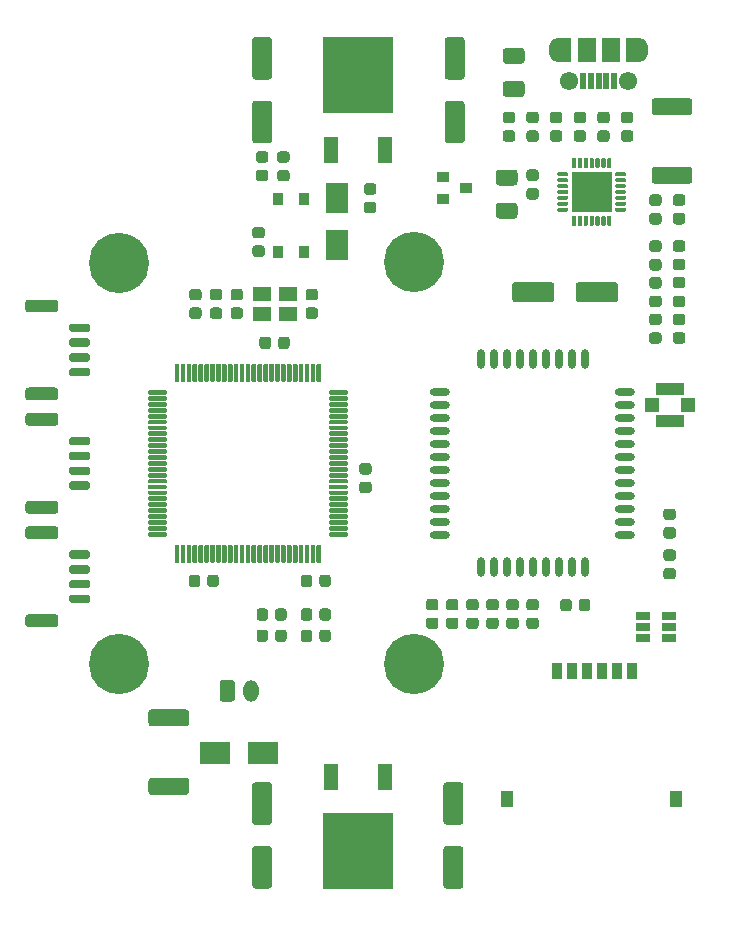
<source format=gts>
%TF.GenerationSoftware,KiCad,Pcbnew,(5.1.6)-1*%
%TF.CreationDate,2021-03-31T15:54:52+07:00*%
%TF.ProjectId,EM_Drone_SUBFLIGHT,454d5f44-726f-46e6-955f-535542464c49,rev?*%
%TF.SameCoordinates,PX7997ee0PY7f50c60*%
%TF.FileFunction,Soldermask,Top*%
%TF.FilePolarity,Negative*%
%FSLAX46Y46*%
G04 Gerber Fmt 4.6, Leading zero omitted, Abs format (unit mm)*
G04 Created by KiCad (PCBNEW (5.1.6)-1) date 2021-03-31 15:54:52*
%MOMM*%
%LPD*%
G01*
G04 APERTURE LIST*
%ADD10O,0.700000X1.700000*%
%ADD11O,1.700000X0.700000*%
%ADD12R,5.900000X6.500000*%
%ADD13R,1.300000X2.300000*%
%ADD14R,1.100000X1.325000*%
%ADD15R,0.940000X1.325000*%
%ADD16R,1.500000X1.300000*%
%ADD17R,3.450000X3.450000*%
%ADD18R,0.850000X1.100000*%
%ADD19R,1.000000X0.900000*%
%ADD20R,1.300000X2.000000*%
%ADD21O,1.300000X2.000000*%
%ADD22R,1.600000X2.000000*%
%ADD23C,1.550000*%
%ADD24R,0.500000X1.450000*%
%ADD25R,1.252220X1.201420*%
%ADD26R,2.402840X1.051560*%
%ADD27O,1.300000X1.850000*%
%ADD28C,0.900000*%
%ADD29C,5.100000*%
%ADD30R,1.160000X0.750000*%
%ADD31R,2.600000X1.900000*%
%ADD32R,1.900000X2.600000*%
G04 APERTURE END LIST*
D10*
%TO.C,U7*%
X39100000Y45300000D03*
X40200000Y45300000D03*
X41300000Y45300000D03*
X42400000Y45300000D03*
X43500000Y45300000D03*
X44600000Y45300000D03*
X45700000Y45300000D03*
X46800000Y45300000D03*
X47900000Y45300000D03*
D11*
X51350000Y42550000D03*
X51350000Y41450000D03*
X51350000Y40350000D03*
X51350000Y39250000D03*
X51350000Y38150000D03*
X51350000Y37050000D03*
X51350000Y35950000D03*
X51350000Y34850000D03*
X51350000Y33750000D03*
X51350000Y32650000D03*
X51350000Y31550000D03*
X51350000Y30450000D03*
D10*
X47900000Y27700000D03*
X46800000Y27700000D03*
X45700000Y27700000D03*
X44600000Y27700000D03*
X43500000Y27700000D03*
X42400000Y27700000D03*
X41300000Y27700000D03*
X40200000Y27700000D03*
X39100000Y27700000D03*
D11*
X35650000Y30450000D03*
X35650000Y31550000D03*
X35650000Y32650000D03*
X35650000Y33750000D03*
X35650000Y34850000D03*
X35650000Y35950000D03*
X35650000Y37050000D03*
X35650000Y38150000D03*
X35650000Y39250000D03*
X35650000Y40350000D03*
X35650000Y41450000D03*
X35650000Y42550000D03*
%TD*%
D12*
%TO.C,U5*%
X28750000Y69350000D03*
D13*
X31030000Y63050000D03*
X26470000Y63050000D03*
%TD*%
D12*
%TO.C,U3*%
X28700000Y3650000D03*
D13*
X26420000Y9950000D03*
X30980000Y9950000D03*
%TD*%
%TO.C,J6*%
G36*
G01*
X825000Y23725000D02*
X3075000Y23725000D01*
G75*
G02*
X3350000Y23450000I0J-275000D01*
G01*
X3350000Y22900000D01*
G75*
G02*
X3075000Y22625000I-275000J0D01*
G01*
X825000Y22625000D01*
G75*
G02*
X550000Y22900000I0J275000D01*
G01*
X550000Y23450000D01*
G75*
G02*
X825000Y23725000I275000J0D01*
G01*
G37*
G36*
G01*
X825000Y31175000D02*
X3075000Y31175000D01*
G75*
G02*
X3350000Y30900000I0J-275000D01*
G01*
X3350000Y30350000D01*
G75*
G02*
X3075000Y30075000I-275000J0D01*
G01*
X825000Y30075000D01*
G75*
G02*
X550000Y30350000I0J275000D01*
G01*
X550000Y30900000D01*
G75*
G02*
X825000Y31175000I275000J0D01*
G01*
G37*
G36*
G01*
X4425000Y25375000D02*
X5875000Y25375000D01*
G75*
G02*
X6050000Y25200000I0J-175000D01*
G01*
X6050000Y24850000D01*
G75*
G02*
X5875000Y24675000I-175000J0D01*
G01*
X4425000Y24675000D01*
G75*
G02*
X4250000Y24850000I0J175000D01*
G01*
X4250000Y25200000D01*
G75*
G02*
X4425000Y25375000I175000J0D01*
G01*
G37*
G36*
G01*
X4425000Y26625000D02*
X5875000Y26625000D01*
G75*
G02*
X6050000Y26450000I0J-175000D01*
G01*
X6050000Y26100000D01*
G75*
G02*
X5875000Y25925000I-175000J0D01*
G01*
X4425000Y25925000D01*
G75*
G02*
X4250000Y26100000I0J175000D01*
G01*
X4250000Y26450000D01*
G75*
G02*
X4425000Y26625000I175000J0D01*
G01*
G37*
G36*
G01*
X4425000Y27875000D02*
X5875000Y27875000D01*
G75*
G02*
X6050000Y27700000I0J-175000D01*
G01*
X6050000Y27350000D01*
G75*
G02*
X5875000Y27175000I-175000J0D01*
G01*
X4425000Y27175000D01*
G75*
G02*
X4250000Y27350000I0J175000D01*
G01*
X4250000Y27700000D01*
G75*
G02*
X4425000Y27875000I175000J0D01*
G01*
G37*
G36*
G01*
X4425000Y29125000D02*
X5875000Y29125000D01*
G75*
G02*
X6050000Y28950000I0J-175000D01*
G01*
X6050000Y28600000D01*
G75*
G02*
X5875000Y28425000I-175000J0D01*
G01*
X4425000Y28425000D01*
G75*
G02*
X4250000Y28600000I0J175000D01*
G01*
X4250000Y28950000D01*
G75*
G02*
X4425000Y29125000I175000J0D01*
G01*
G37*
%TD*%
%TO.C,J4*%
G36*
G01*
X825000Y33325000D02*
X3075000Y33325000D01*
G75*
G02*
X3350000Y33050000I0J-275000D01*
G01*
X3350000Y32500000D01*
G75*
G02*
X3075000Y32225000I-275000J0D01*
G01*
X825000Y32225000D01*
G75*
G02*
X550000Y32500000I0J275000D01*
G01*
X550000Y33050000D01*
G75*
G02*
X825000Y33325000I275000J0D01*
G01*
G37*
G36*
G01*
X825000Y40775000D02*
X3075000Y40775000D01*
G75*
G02*
X3350000Y40500000I0J-275000D01*
G01*
X3350000Y39950000D01*
G75*
G02*
X3075000Y39675000I-275000J0D01*
G01*
X825000Y39675000D01*
G75*
G02*
X550000Y39950000I0J275000D01*
G01*
X550000Y40500000D01*
G75*
G02*
X825000Y40775000I275000J0D01*
G01*
G37*
G36*
G01*
X4425000Y34975000D02*
X5875000Y34975000D01*
G75*
G02*
X6050000Y34800000I0J-175000D01*
G01*
X6050000Y34450000D01*
G75*
G02*
X5875000Y34275000I-175000J0D01*
G01*
X4425000Y34275000D01*
G75*
G02*
X4250000Y34450000I0J175000D01*
G01*
X4250000Y34800000D01*
G75*
G02*
X4425000Y34975000I175000J0D01*
G01*
G37*
G36*
G01*
X4425000Y36225000D02*
X5875000Y36225000D01*
G75*
G02*
X6050000Y36050000I0J-175000D01*
G01*
X6050000Y35700000D01*
G75*
G02*
X5875000Y35525000I-175000J0D01*
G01*
X4425000Y35525000D01*
G75*
G02*
X4250000Y35700000I0J175000D01*
G01*
X4250000Y36050000D01*
G75*
G02*
X4425000Y36225000I175000J0D01*
G01*
G37*
G36*
G01*
X4425000Y37475000D02*
X5875000Y37475000D01*
G75*
G02*
X6050000Y37300000I0J-175000D01*
G01*
X6050000Y36950000D01*
G75*
G02*
X5875000Y36775000I-175000J0D01*
G01*
X4425000Y36775000D01*
G75*
G02*
X4250000Y36950000I0J175000D01*
G01*
X4250000Y37300000D01*
G75*
G02*
X4425000Y37475000I175000J0D01*
G01*
G37*
G36*
G01*
X4425000Y38725000D02*
X5875000Y38725000D01*
G75*
G02*
X6050000Y38550000I0J-175000D01*
G01*
X6050000Y38200000D01*
G75*
G02*
X5875000Y38025000I-175000J0D01*
G01*
X4425000Y38025000D01*
G75*
G02*
X4250000Y38200000I0J175000D01*
G01*
X4250000Y38550000D01*
G75*
G02*
X4425000Y38725000I175000J0D01*
G01*
G37*
%TD*%
%TO.C,J1*%
G36*
G01*
X825000Y42925000D02*
X3075000Y42925000D01*
G75*
G02*
X3350000Y42650000I0J-275000D01*
G01*
X3350000Y42100000D01*
G75*
G02*
X3075000Y41825000I-275000J0D01*
G01*
X825000Y41825000D01*
G75*
G02*
X550000Y42100000I0J275000D01*
G01*
X550000Y42650000D01*
G75*
G02*
X825000Y42925000I275000J0D01*
G01*
G37*
G36*
G01*
X825000Y50375000D02*
X3075000Y50375000D01*
G75*
G02*
X3350000Y50100000I0J-275000D01*
G01*
X3350000Y49550000D01*
G75*
G02*
X3075000Y49275000I-275000J0D01*
G01*
X825000Y49275000D01*
G75*
G02*
X550000Y49550000I0J275000D01*
G01*
X550000Y50100000D01*
G75*
G02*
X825000Y50375000I275000J0D01*
G01*
G37*
G36*
G01*
X4425000Y44575000D02*
X5875000Y44575000D01*
G75*
G02*
X6050000Y44400000I0J-175000D01*
G01*
X6050000Y44050000D01*
G75*
G02*
X5875000Y43875000I-175000J0D01*
G01*
X4425000Y43875000D01*
G75*
G02*
X4250000Y44050000I0J175000D01*
G01*
X4250000Y44400000D01*
G75*
G02*
X4425000Y44575000I175000J0D01*
G01*
G37*
G36*
G01*
X4425000Y45825000D02*
X5875000Y45825000D01*
G75*
G02*
X6050000Y45650000I0J-175000D01*
G01*
X6050000Y45300000D01*
G75*
G02*
X5875000Y45125000I-175000J0D01*
G01*
X4425000Y45125000D01*
G75*
G02*
X4250000Y45300000I0J175000D01*
G01*
X4250000Y45650000D01*
G75*
G02*
X4425000Y45825000I175000J0D01*
G01*
G37*
G36*
G01*
X4425000Y47075000D02*
X5875000Y47075000D01*
G75*
G02*
X6050000Y46900000I0J-175000D01*
G01*
X6050000Y46550000D01*
G75*
G02*
X5875000Y46375000I-175000J0D01*
G01*
X4425000Y46375000D01*
G75*
G02*
X4250000Y46550000I0J175000D01*
G01*
X4250000Y46900000D01*
G75*
G02*
X4425000Y47075000I175000J0D01*
G01*
G37*
G36*
G01*
X4425000Y48325000D02*
X5875000Y48325000D01*
G75*
G02*
X6050000Y48150000I0J-175000D01*
G01*
X6050000Y47800000D01*
G75*
G02*
X5875000Y47625000I-175000J0D01*
G01*
X4425000Y47625000D01*
G75*
G02*
X4250000Y47800000I0J175000D01*
G01*
X4250000Y48150000D01*
G75*
G02*
X4425000Y48325000I175000J0D01*
G01*
G37*
%TD*%
D14*
%TO.C,U6*%
X41320000Y8075000D03*
X55620000Y8075000D03*
D15*
X45550000Y18900000D03*
X46820000Y18900000D03*
X48090000Y18900000D03*
X49360000Y18900000D03*
X50630000Y18900000D03*
X51900000Y18900000D03*
%TD*%
D16*
%TO.C,Y1*%
X20550000Y50850000D03*
X22750000Y50850000D03*
X22750000Y49150000D03*
X20550000Y49150000D03*
%TD*%
D17*
%TO.C,U4*%
X48500000Y59480000D03*
G36*
G01*
X50587500Y61155000D02*
X51312500Y61155000D01*
G75*
G02*
X51400000Y61067500I0J-87500D01*
G01*
X51400000Y60892500D01*
G75*
G02*
X51312500Y60805000I-87500J0D01*
G01*
X50587500Y60805000D01*
G75*
G02*
X50500000Y60892500I0J87500D01*
G01*
X50500000Y61067500D01*
G75*
G02*
X50587500Y61155000I87500J0D01*
G01*
G37*
G36*
G01*
X50587500Y60655000D02*
X51312500Y60655000D01*
G75*
G02*
X51400000Y60567500I0J-87500D01*
G01*
X51400000Y60392500D01*
G75*
G02*
X51312500Y60305000I-87500J0D01*
G01*
X50587500Y60305000D01*
G75*
G02*
X50500000Y60392500I0J87500D01*
G01*
X50500000Y60567500D01*
G75*
G02*
X50587500Y60655000I87500J0D01*
G01*
G37*
G36*
G01*
X50587500Y60155000D02*
X51312500Y60155000D01*
G75*
G02*
X51400000Y60067500I0J-87500D01*
G01*
X51400000Y59892500D01*
G75*
G02*
X51312500Y59805000I-87500J0D01*
G01*
X50587500Y59805000D01*
G75*
G02*
X50500000Y59892500I0J87500D01*
G01*
X50500000Y60067500D01*
G75*
G02*
X50587500Y60155000I87500J0D01*
G01*
G37*
G36*
G01*
X50587500Y59655000D02*
X51312500Y59655000D01*
G75*
G02*
X51400000Y59567500I0J-87500D01*
G01*
X51400000Y59392500D01*
G75*
G02*
X51312500Y59305000I-87500J0D01*
G01*
X50587500Y59305000D01*
G75*
G02*
X50500000Y59392500I0J87500D01*
G01*
X50500000Y59567500D01*
G75*
G02*
X50587500Y59655000I87500J0D01*
G01*
G37*
G36*
G01*
X50587500Y59155000D02*
X51312500Y59155000D01*
G75*
G02*
X51400000Y59067500I0J-87500D01*
G01*
X51400000Y58892500D01*
G75*
G02*
X51312500Y58805000I-87500J0D01*
G01*
X50587500Y58805000D01*
G75*
G02*
X50500000Y58892500I0J87500D01*
G01*
X50500000Y59067500D01*
G75*
G02*
X50587500Y59155000I87500J0D01*
G01*
G37*
G36*
G01*
X50587500Y58655000D02*
X51312500Y58655000D01*
G75*
G02*
X51400000Y58567500I0J-87500D01*
G01*
X51400000Y58392500D01*
G75*
G02*
X51312500Y58305000I-87500J0D01*
G01*
X50587500Y58305000D01*
G75*
G02*
X50500000Y58392500I0J87500D01*
G01*
X50500000Y58567500D01*
G75*
G02*
X50587500Y58655000I87500J0D01*
G01*
G37*
G36*
G01*
X50587500Y58155000D02*
X51312500Y58155000D01*
G75*
G02*
X51400000Y58067500I0J-87500D01*
G01*
X51400000Y57892500D01*
G75*
G02*
X51312500Y57805000I-87500J0D01*
G01*
X50587500Y57805000D01*
G75*
G02*
X50500000Y57892500I0J87500D01*
G01*
X50500000Y58067500D01*
G75*
G02*
X50587500Y58155000I87500J0D01*
G01*
G37*
G36*
G01*
X49912500Y57480000D02*
X50087500Y57480000D01*
G75*
G02*
X50175000Y57392500I0J-87500D01*
G01*
X50175000Y56667500D01*
G75*
G02*
X50087500Y56580000I-87500J0D01*
G01*
X49912500Y56580000D01*
G75*
G02*
X49825000Y56667500I0J87500D01*
G01*
X49825000Y57392500D01*
G75*
G02*
X49912500Y57480000I87500J0D01*
G01*
G37*
G36*
G01*
X49412500Y57480000D02*
X49587500Y57480000D01*
G75*
G02*
X49675000Y57392500I0J-87500D01*
G01*
X49675000Y56667500D01*
G75*
G02*
X49587500Y56580000I-87500J0D01*
G01*
X49412500Y56580000D01*
G75*
G02*
X49325000Y56667500I0J87500D01*
G01*
X49325000Y57392500D01*
G75*
G02*
X49412500Y57480000I87500J0D01*
G01*
G37*
G36*
G01*
X48912500Y57480000D02*
X49087500Y57480000D01*
G75*
G02*
X49175000Y57392500I0J-87500D01*
G01*
X49175000Y56667500D01*
G75*
G02*
X49087500Y56580000I-87500J0D01*
G01*
X48912500Y56580000D01*
G75*
G02*
X48825000Y56667500I0J87500D01*
G01*
X48825000Y57392500D01*
G75*
G02*
X48912500Y57480000I87500J0D01*
G01*
G37*
G36*
G01*
X48412500Y57480000D02*
X48587500Y57480000D01*
G75*
G02*
X48675000Y57392500I0J-87500D01*
G01*
X48675000Y56667500D01*
G75*
G02*
X48587500Y56580000I-87500J0D01*
G01*
X48412500Y56580000D01*
G75*
G02*
X48325000Y56667500I0J87500D01*
G01*
X48325000Y57392500D01*
G75*
G02*
X48412500Y57480000I87500J0D01*
G01*
G37*
G36*
G01*
X47912500Y57480000D02*
X48087500Y57480000D01*
G75*
G02*
X48175000Y57392500I0J-87500D01*
G01*
X48175000Y56667500D01*
G75*
G02*
X48087500Y56580000I-87500J0D01*
G01*
X47912500Y56580000D01*
G75*
G02*
X47825000Y56667500I0J87500D01*
G01*
X47825000Y57392500D01*
G75*
G02*
X47912500Y57480000I87500J0D01*
G01*
G37*
G36*
G01*
X47412500Y57480000D02*
X47587500Y57480000D01*
G75*
G02*
X47675000Y57392500I0J-87500D01*
G01*
X47675000Y56667500D01*
G75*
G02*
X47587500Y56580000I-87500J0D01*
G01*
X47412500Y56580000D01*
G75*
G02*
X47325000Y56667500I0J87500D01*
G01*
X47325000Y57392500D01*
G75*
G02*
X47412500Y57480000I87500J0D01*
G01*
G37*
G36*
G01*
X46912500Y57480000D02*
X47087500Y57480000D01*
G75*
G02*
X47175000Y57392500I0J-87500D01*
G01*
X47175000Y56667500D01*
G75*
G02*
X47087500Y56580000I-87500J0D01*
G01*
X46912500Y56580000D01*
G75*
G02*
X46825000Y56667500I0J87500D01*
G01*
X46825000Y57392500D01*
G75*
G02*
X46912500Y57480000I87500J0D01*
G01*
G37*
G36*
G01*
X45687500Y58155000D02*
X46412500Y58155000D01*
G75*
G02*
X46500000Y58067500I0J-87500D01*
G01*
X46500000Y57892500D01*
G75*
G02*
X46412500Y57805000I-87500J0D01*
G01*
X45687500Y57805000D01*
G75*
G02*
X45600000Y57892500I0J87500D01*
G01*
X45600000Y58067500D01*
G75*
G02*
X45687500Y58155000I87500J0D01*
G01*
G37*
G36*
G01*
X45687500Y58655000D02*
X46412500Y58655000D01*
G75*
G02*
X46500000Y58567500I0J-87500D01*
G01*
X46500000Y58392500D01*
G75*
G02*
X46412500Y58305000I-87500J0D01*
G01*
X45687500Y58305000D01*
G75*
G02*
X45600000Y58392500I0J87500D01*
G01*
X45600000Y58567500D01*
G75*
G02*
X45687500Y58655000I87500J0D01*
G01*
G37*
G36*
G01*
X45687500Y59155000D02*
X46412500Y59155000D01*
G75*
G02*
X46500000Y59067500I0J-87500D01*
G01*
X46500000Y58892500D01*
G75*
G02*
X46412500Y58805000I-87500J0D01*
G01*
X45687500Y58805000D01*
G75*
G02*
X45600000Y58892500I0J87500D01*
G01*
X45600000Y59067500D01*
G75*
G02*
X45687500Y59155000I87500J0D01*
G01*
G37*
G36*
G01*
X45687500Y59655000D02*
X46412500Y59655000D01*
G75*
G02*
X46500000Y59567500I0J-87500D01*
G01*
X46500000Y59392500D01*
G75*
G02*
X46412500Y59305000I-87500J0D01*
G01*
X45687500Y59305000D01*
G75*
G02*
X45600000Y59392500I0J87500D01*
G01*
X45600000Y59567500D01*
G75*
G02*
X45687500Y59655000I87500J0D01*
G01*
G37*
G36*
G01*
X45687500Y60155000D02*
X46412500Y60155000D01*
G75*
G02*
X46500000Y60067500I0J-87500D01*
G01*
X46500000Y59892500D01*
G75*
G02*
X46412500Y59805000I-87500J0D01*
G01*
X45687500Y59805000D01*
G75*
G02*
X45600000Y59892500I0J87500D01*
G01*
X45600000Y60067500D01*
G75*
G02*
X45687500Y60155000I87500J0D01*
G01*
G37*
G36*
G01*
X45687500Y60655000D02*
X46412500Y60655000D01*
G75*
G02*
X46500000Y60567500I0J-87500D01*
G01*
X46500000Y60392500D01*
G75*
G02*
X46412500Y60305000I-87500J0D01*
G01*
X45687500Y60305000D01*
G75*
G02*
X45600000Y60392500I0J87500D01*
G01*
X45600000Y60567500D01*
G75*
G02*
X45687500Y60655000I87500J0D01*
G01*
G37*
G36*
G01*
X45687500Y61155000D02*
X46412500Y61155000D01*
G75*
G02*
X46500000Y61067500I0J-87500D01*
G01*
X46500000Y60892500D01*
G75*
G02*
X46412500Y60805000I-87500J0D01*
G01*
X45687500Y60805000D01*
G75*
G02*
X45600000Y60892500I0J87500D01*
G01*
X45600000Y61067500D01*
G75*
G02*
X45687500Y61155000I87500J0D01*
G01*
G37*
G36*
G01*
X46912500Y62380000D02*
X47087500Y62380000D01*
G75*
G02*
X47175000Y62292500I0J-87500D01*
G01*
X47175000Y61567500D01*
G75*
G02*
X47087500Y61480000I-87500J0D01*
G01*
X46912500Y61480000D01*
G75*
G02*
X46825000Y61567500I0J87500D01*
G01*
X46825000Y62292500D01*
G75*
G02*
X46912500Y62380000I87500J0D01*
G01*
G37*
G36*
G01*
X47412500Y62380000D02*
X47587500Y62380000D01*
G75*
G02*
X47675000Y62292500I0J-87500D01*
G01*
X47675000Y61567500D01*
G75*
G02*
X47587500Y61480000I-87500J0D01*
G01*
X47412500Y61480000D01*
G75*
G02*
X47325000Y61567500I0J87500D01*
G01*
X47325000Y62292500D01*
G75*
G02*
X47412500Y62380000I87500J0D01*
G01*
G37*
G36*
G01*
X47912500Y62380000D02*
X48087500Y62380000D01*
G75*
G02*
X48175000Y62292500I0J-87500D01*
G01*
X48175000Y61567500D01*
G75*
G02*
X48087500Y61480000I-87500J0D01*
G01*
X47912500Y61480000D01*
G75*
G02*
X47825000Y61567500I0J87500D01*
G01*
X47825000Y62292500D01*
G75*
G02*
X47912500Y62380000I87500J0D01*
G01*
G37*
G36*
G01*
X48412500Y62380000D02*
X48587500Y62380000D01*
G75*
G02*
X48675000Y62292500I0J-87500D01*
G01*
X48675000Y61567500D01*
G75*
G02*
X48587500Y61480000I-87500J0D01*
G01*
X48412500Y61480000D01*
G75*
G02*
X48325000Y61567500I0J87500D01*
G01*
X48325000Y62292500D01*
G75*
G02*
X48412500Y62380000I87500J0D01*
G01*
G37*
G36*
G01*
X48912500Y62380000D02*
X49087500Y62380000D01*
G75*
G02*
X49175000Y62292500I0J-87500D01*
G01*
X49175000Y61567500D01*
G75*
G02*
X49087500Y61480000I-87500J0D01*
G01*
X48912500Y61480000D01*
G75*
G02*
X48825000Y61567500I0J87500D01*
G01*
X48825000Y62292500D01*
G75*
G02*
X48912500Y62380000I87500J0D01*
G01*
G37*
G36*
G01*
X49412500Y62380000D02*
X49587500Y62380000D01*
G75*
G02*
X49675000Y62292500I0J-87500D01*
G01*
X49675000Y61567500D01*
G75*
G02*
X49587500Y61480000I-87500J0D01*
G01*
X49412500Y61480000D01*
G75*
G02*
X49325000Y61567500I0J87500D01*
G01*
X49325000Y62292500D01*
G75*
G02*
X49412500Y62380000I87500J0D01*
G01*
G37*
G36*
G01*
X49912500Y62380000D02*
X50087500Y62380000D01*
G75*
G02*
X50175000Y62292500I0J-87500D01*
G01*
X50175000Y61567500D01*
G75*
G02*
X50087500Y61480000I-87500J0D01*
G01*
X49912500Y61480000D01*
G75*
G02*
X49825000Y61567500I0J87500D01*
G01*
X49825000Y62292500D01*
G75*
G02*
X49912500Y62380000I87500J0D01*
G01*
G37*
%TD*%
%TO.C,U1*%
G36*
G01*
X25600000Y29525000D02*
X25600000Y28150000D01*
G75*
G02*
X25500000Y28050000I-100000J0D01*
G01*
X25300000Y28050000D01*
G75*
G02*
X25200000Y28150000I0J100000D01*
G01*
X25200000Y29525000D01*
G75*
G02*
X25300000Y29625000I100000J0D01*
G01*
X25500000Y29625000D01*
G75*
G02*
X25600000Y29525000I0J-100000D01*
G01*
G37*
G36*
G01*
X25100000Y29525000D02*
X25100000Y28150000D01*
G75*
G02*
X25000000Y28050000I-100000J0D01*
G01*
X24800000Y28050000D01*
G75*
G02*
X24700000Y28150000I0J100000D01*
G01*
X24700000Y29525000D01*
G75*
G02*
X24800000Y29625000I100000J0D01*
G01*
X25000000Y29625000D01*
G75*
G02*
X25100000Y29525000I0J-100000D01*
G01*
G37*
G36*
G01*
X24600000Y29525000D02*
X24600000Y28150000D01*
G75*
G02*
X24500000Y28050000I-100000J0D01*
G01*
X24300000Y28050000D01*
G75*
G02*
X24200000Y28150000I0J100000D01*
G01*
X24200000Y29525000D01*
G75*
G02*
X24300000Y29625000I100000J0D01*
G01*
X24500000Y29625000D01*
G75*
G02*
X24600000Y29525000I0J-100000D01*
G01*
G37*
G36*
G01*
X24100000Y29525000D02*
X24100000Y28150000D01*
G75*
G02*
X24000000Y28050000I-100000J0D01*
G01*
X23800000Y28050000D01*
G75*
G02*
X23700000Y28150000I0J100000D01*
G01*
X23700000Y29525000D01*
G75*
G02*
X23800000Y29625000I100000J0D01*
G01*
X24000000Y29625000D01*
G75*
G02*
X24100000Y29525000I0J-100000D01*
G01*
G37*
G36*
G01*
X23600000Y29525000D02*
X23600000Y28150000D01*
G75*
G02*
X23500000Y28050000I-100000J0D01*
G01*
X23300000Y28050000D01*
G75*
G02*
X23200000Y28150000I0J100000D01*
G01*
X23200000Y29525000D01*
G75*
G02*
X23300000Y29625000I100000J0D01*
G01*
X23500000Y29625000D01*
G75*
G02*
X23600000Y29525000I0J-100000D01*
G01*
G37*
G36*
G01*
X23100000Y29525000D02*
X23100000Y28150000D01*
G75*
G02*
X23000000Y28050000I-100000J0D01*
G01*
X22800000Y28050000D01*
G75*
G02*
X22700000Y28150000I0J100000D01*
G01*
X22700000Y29525000D01*
G75*
G02*
X22800000Y29625000I100000J0D01*
G01*
X23000000Y29625000D01*
G75*
G02*
X23100000Y29525000I0J-100000D01*
G01*
G37*
G36*
G01*
X22600000Y29525000D02*
X22600000Y28150000D01*
G75*
G02*
X22500000Y28050000I-100000J0D01*
G01*
X22300000Y28050000D01*
G75*
G02*
X22200000Y28150000I0J100000D01*
G01*
X22200000Y29525000D01*
G75*
G02*
X22300000Y29625000I100000J0D01*
G01*
X22500000Y29625000D01*
G75*
G02*
X22600000Y29525000I0J-100000D01*
G01*
G37*
G36*
G01*
X22100000Y29525000D02*
X22100000Y28150000D01*
G75*
G02*
X22000000Y28050000I-100000J0D01*
G01*
X21800000Y28050000D01*
G75*
G02*
X21700000Y28150000I0J100000D01*
G01*
X21700000Y29525000D01*
G75*
G02*
X21800000Y29625000I100000J0D01*
G01*
X22000000Y29625000D01*
G75*
G02*
X22100000Y29525000I0J-100000D01*
G01*
G37*
G36*
G01*
X21600000Y29525000D02*
X21600000Y28150000D01*
G75*
G02*
X21500000Y28050000I-100000J0D01*
G01*
X21300000Y28050000D01*
G75*
G02*
X21200000Y28150000I0J100000D01*
G01*
X21200000Y29525000D01*
G75*
G02*
X21300000Y29625000I100000J0D01*
G01*
X21500000Y29625000D01*
G75*
G02*
X21600000Y29525000I0J-100000D01*
G01*
G37*
G36*
G01*
X21100000Y29525000D02*
X21100000Y28150000D01*
G75*
G02*
X21000000Y28050000I-100000J0D01*
G01*
X20800000Y28050000D01*
G75*
G02*
X20700000Y28150000I0J100000D01*
G01*
X20700000Y29525000D01*
G75*
G02*
X20800000Y29625000I100000J0D01*
G01*
X21000000Y29625000D01*
G75*
G02*
X21100000Y29525000I0J-100000D01*
G01*
G37*
G36*
G01*
X20600000Y29525000D02*
X20600000Y28150000D01*
G75*
G02*
X20500000Y28050000I-100000J0D01*
G01*
X20300000Y28050000D01*
G75*
G02*
X20200000Y28150000I0J100000D01*
G01*
X20200000Y29525000D01*
G75*
G02*
X20300000Y29625000I100000J0D01*
G01*
X20500000Y29625000D01*
G75*
G02*
X20600000Y29525000I0J-100000D01*
G01*
G37*
G36*
G01*
X20100000Y29525000D02*
X20100000Y28150000D01*
G75*
G02*
X20000000Y28050000I-100000J0D01*
G01*
X19800000Y28050000D01*
G75*
G02*
X19700000Y28150000I0J100000D01*
G01*
X19700000Y29525000D01*
G75*
G02*
X19800000Y29625000I100000J0D01*
G01*
X20000000Y29625000D01*
G75*
G02*
X20100000Y29525000I0J-100000D01*
G01*
G37*
G36*
G01*
X19600000Y29525000D02*
X19600000Y28150000D01*
G75*
G02*
X19500000Y28050000I-100000J0D01*
G01*
X19300000Y28050000D01*
G75*
G02*
X19200000Y28150000I0J100000D01*
G01*
X19200000Y29525000D01*
G75*
G02*
X19300000Y29625000I100000J0D01*
G01*
X19500000Y29625000D01*
G75*
G02*
X19600000Y29525000I0J-100000D01*
G01*
G37*
G36*
G01*
X19100000Y29525000D02*
X19100000Y28150000D01*
G75*
G02*
X19000000Y28050000I-100000J0D01*
G01*
X18800000Y28050000D01*
G75*
G02*
X18700000Y28150000I0J100000D01*
G01*
X18700000Y29525000D01*
G75*
G02*
X18800000Y29625000I100000J0D01*
G01*
X19000000Y29625000D01*
G75*
G02*
X19100000Y29525000I0J-100000D01*
G01*
G37*
G36*
G01*
X18600000Y29525000D02*
X18600000Y28150000D01*
G75*
G02*
X18500000Y28050000I-100000J0D01*
G01*
X18300000Y28050000D01*
G75*
G02*
X18200000Y28150000I0J100000D01*
G01*
X18200000Y29525000D01*
G75*
G02*
X18300000Y29625000I100000J0D01*
G01*
X18500000Y29625000D01*
G75*
G02*
X18600000Y29525000I0J-100000D01*
G01*
G37*
G36*
G01*
X18100000Y29525000D02*
X18100000Y28150000D01*
G75*
G02*
X18000000Y28050000I-100000J0D01*
G01*
X17800000Y28050000D01*
G75*
G02*
X17700000Y28150000I0J100000D01*
G01*
X17700000Y29525000D01*
G75*
G02*
X17800000Y29625000I100000J0D01*
G01*
X18000000Y29625000D01*
G75*
G02*
X18100000Y29525000I0J-100000D01*
G01*
G37*
G36*
G01*
X17600000Y29525000D02*
X17600000Y28150000D01*
G75*
G02*
X17500000Y28050000I-100000J0D01*
G01*
X17300000Y28050000D01*
G75*
G02*
X17200000Y28150000I0J100000D01*
G01*
X17200000Y29525000D01*
G75*
G02*
X17300000Y29625000I100000J0D01*
G01*
X17500000Y29625000D01*
G75*
G02*
X17600000Y29525000I0J-100000D01*
G01*
G37*
G36*
G01*
X17100000Y29525000D02*
X17100000Y28150000D01*
G75*
G02*
X17000000Y28050000I-100000J0D01*
G01*
X16800000Y28050000D01*
G75*
G02*
X16700000Y28150000I0J100000D01*
G01*
X16700000Y29525000D01*
G75*
G02*
X16800000Y29625000I100000J0D01*
G01*
X17000000Y29625000D01*
G75*
G02*
X17100000Y29525000I0J-100000D01*
G01*
G37*
G36*
G01*
X16600000Y29525000D02*
X16600000Y28150000D01*
G75*
G02*
X16500000Y28050000I-100000J0D01*
G01*
X16300000Y28050000D01*
G75*
G02*
X16200000Y28150000I0J100000D01*
G01*
X16200000Y29525000D01*
G75*
G02*
X16300000Y29625000I100000J0D01*
G01*
X16500000Y29625000D01*
G75*
G02*
X16600000Y29525000I0J-100000D01*
G01*
G37*
G36*
G01*
X16100000Y29525000D02*
X16100000Y28150000D01*
G75*
G02*
X16000000Y28050000I-100000J0D01*
G01*
X15800000Y28050000D01*
G75*
G02*
X15700000Y28150000I0J100000D01*
G01*
X15700000Y29525000D01*
G75*
G02*
X15800000Y29625000I100000J0D01*
G01*
X16000000Y29625000D01*
G75*
G02*
X16100000Y29525000I0J-100000D01*
G01*
G37*
G36*
G01*
X15600000Y29525000D02*
X15600000Y28150000D01*
G75*
G02*
X15500000Y28050000I-100000J0D01*
G01*
X15300000Y28050000D01*
G75*
G02*
X15200000Y28150000I0J100000D01*
G01*
X15200000Y29525000D01*
G75*
G02*
X15300000Y29625000I100000J0D01*
G01*
X15500000Y29625000D01*
G75*
G02*
X15600000Y29525000I0J-100000D01*
G01*
G37*
G36*
G01*
X15100000Y29525000D02*
X15100000Y28150000D01*
G75*
G02*
X15000000Y28050000I-100000J0D01*
G01*
X14800000Y28050000D01*
G75*
G02*
X14700000Y28150000I0J100000D01*
G01*
X14700000Y29525000D01*
G75*
G02*
X14800000Y29625000I100000J0D01*
G01*
X15000000Y29625000D01*
G75*
G02*
X15100000Y29525000I0J-100000D01*
G01*
G37*
G36*
G01*
X14600000Y29525000D02*
X14600000Y28150000D01*
G75*
G02*
X14500000Y28050000I-100000J0D01*
G01*
X14300000Y28050000D01*
G75*
G02*
X14200000Y28150000I0J100000D01*
G01*
X14200000Y29525000D01*
G75*
G02*
X14300000Y29625000I100000J0D01*
G01*
X14500000Y29625000D01*
G75*
G02*
X14600000Y29525000I0J-100000D01*
G01*
G37*
G36*
G01*
X14100000Y29525000D02*
X14100000Y28150000D01*
G75*
G02*
X14000000Y28050000I-100000J0D01*
G01*
X13800000Y28050000D01*
G75*
G02*
X13700000Y28150000I0J100000D01*
G01*
X13700000Y29525000D01*
G75*
G02*
X13800000Y29625000I100000J0D01*
G01*
X14000000Y29625000D01*
G75*
G02*
X14100000Y29525000I0J-100000D01*
G01*
G37*
G36*
G01*
X13600000Y29525000D02*
X13600000Y28150000D01*
G75*
G02*
X13500000Y28050000I-100000J0D01*
G01*
X13300000Y28050000D01*
G75*
G02*
X13200000Y28150000I0J100000D01*
G01*
X13200000Y29525000D01*
G75*
G02*
X13300000Y29625000I100000J0D01*
G01*
X13500000Y29625000D01*
G75*
G02*
X13600000Y29525000I0J-100000D01*
G01*
G37*
G36*
G01*
X12525000Y30600000D02*
X12525000Y30400000D01*
G75*
G02*
X12425000Y30300000I-100000J0D01*
G01*
X11050000Y30300000D01*
G75*
G02*
X10950000Y30400000I0J100000D01*
G01*
X10950000Y30600000D01*
G75*
G02*
X11050000Y30700000I100000J0D01*
G01*
X12425000Y30700000D01*
G75*
G02*
X12525000Y30600000I0J-100000D01*
G01*
G37*
G36*
G01*
X12525000Y31100000D02*
X12525000Y30900000D01*
G75*
G02*
X12425000Y30800000I-100000J0D01*
G01*
X11050000Y30800000D01*
G75*
G02*
X10950000Y30900000I0J100000D01*
G01*
X10950000Y31100000D01*
G75*
G02*
X11050000Y31200000I100000J0D01*
G01*
X12425000Y31200000D01*
G75*
G02*
X12525000Y31100000I0J-100000D01*
G01*
G37*
G36*
G01*
X12525000Y31600000D02*
X12525000Y31400000D01*
G75*
G02*
X12425000Y31300000I-100000J0D01*
G01*
X11050000Y31300000D01*
G75*
G02*
X10950000Y31400000I0J100000D01*
G01*
X10950000Y31600000D01*
G75*
G02*
X11050000Y31700000I100000J0D01*
G01*
X12425000Y31700000D01*
G75*
G02*
X12525000Y31600000I0J-100000D01*
G01*
G37*
G36*
G01*
X12525000Y32100000D02*
X12525000Y31900000D01*
G75*
G02*
X12425000Y31800000I-100000J0D01*
G01*
X11050000Y31800000D01*
G75*
G02*
X10950000Y31900000I0J100000D01*
G01*
X10950000Y32100000D01*
G75*
G02*
X11050000Y32200000I100000J0D01*
G01*
X12425000Y32200000D01*
G75*
G02*
X12525000Y32100000I0J-100000D01*
G01*
G37*
G36*
G01*
X12525000Y32600000D02*
X12525000Y32400000D01*
G75*
G02*
X12425000Y32300000I-100000J0D01*
G01*
X11050000Y32300000D01*
G75*
G02*
X10950000Y32400000I0J100000D01*
G01*
X10950000Y32600000D01*
G75*
G02*
X11050000Y32700000I100000J0D01*
G01*
X12425000Y32700000D01*
G75*
G02*
X12525000Y32600000I0J-100000D01*
G01*
G37*
G36*
G01*
X12525000Y33100000D02*
X12525000Y32900000D01*
G75*
G02*
X12425000Y32800000I-100000J0D01*
G01*
X11050000Y32800000D01*
G75*
G02*
X10950000Y32900000I0J100000D01*
G01*
X10950000Y33100000D01*
G75*
G02*
X11050000Y33200000I100000J0D01*
G01*
X12425000Y33200000D01*
G75*
G02*
X12525000Y33100000I0J-100000D01*
G01*
G37*
G36*
G01*
X12525000Y33600000D02*
X12525000Y33400000D01*
G75*
G02*
X12425000Y33300000I-100000J0D01*
G01*
X11050000Y33300000D01*
G75*
G02*
X10950000Y33400000I0J100000D01*
G01*
X10950000Y33600000D01*
G75*
G02*
X11050000Y33700000I100000J0D01*
G01*
X12425000Y33700000D01*
G75*
G02*
X12525000Y33600000I0J-100000D01*
G01*
G37*
G36*
G01*
X12525000Y34100000D02*
X12525000Y33900000D01*
G75*
G02*
X12425000Y33800000I-100000J0D01*
G01*
X11050000Y33800000D01*
G75*
G02*
X10950000Y33900000I0J100000D01*
G01*
X10950000Y34100000D01*
G75*
G02*
X11050000Y34200000I100000J0D01*
G01*
X12425000Y34200000D01*
G75*
G02*
X12525000Y34100000I0J-100000D01*
G01*
G37*
G36*
G01*
X12525000Y34600000D02*
X12525000Y34400000D01*
G75*
G02*
X12425000Y34300000I-100000J0D01*
G01*
X11050000Y34300000D01*
G75*
G02*
X10950000Y34400000I0J100000D01*
G01*
X10950000Y34600000D01*
G75*
G02*
X11050000Y34700000I100000J0D01*
G01*
X12425000Y34700000D01*
G75*
G02*
X12525000Y34600000I0J-100000D01*
G01*
G37*
G36*
G01*
X12525000Y35100000D02*
X12525000Y34900000D01*
G75*
G02*
X12425000Y34800000I-100000J0D01*
G01*
X11050000Y34800000D01*
G75*
G02*
X10950000Y34900000I0J100000D01*
G01*
X10950000Y35100000D01*
G75*
G02*
X11050000Y35200000I100000J0D01*
G01*
X12425000Y35200000D01*
G75*
G02*
X12525000Y35100000I0J-100000D01*
G01*
G37*
G36*
G01*
X12525000Y35600000D02*
X12525000Y35400000D01*
G75*
G02*
X12425000Y35300000I-100000J0D01*
G01*
X11050000Y35300000D01*
G75*
G02*
X10950000Y35400000I0J100000D01*
G01*
X10950000Y35600000D01*
G75*
G02*
X11050000Y35700000I100000J0D01*
G01*
X12425000Y35700000D01*
G75*
G02*
X12525000Y35600000I0J-100000D01*
G01*
G37*
G36*
G01*
X12525000Y36100000D02*
X12525000Y35900000D01*
G75*
G02*
X12425000Y35800000I-100000J0D01*
G01*
X11050000Y35800000D01*
G75*
G02*
X10950000Y35900000I0J100000D01*
G01*
X10950000Y36100000D01*
G75*
G02*
X11050000Y36200000I100000J0D01*
G01*
X12425000Y36200000D01*
G75*
G02*
X12525000Y36100000I0J-100000D01*
G01*
G37*
G36*
G01*
X12525000Y36600000D02*
X12525000Y36400000D01*
G75*
G02*
X12425000Y36300000I-100000J0D01*
G01*
X11050000Y36300000D01*
G75*
G02*
X10950000Y36400000I0J100000D01*
G01*
X10950000Y36600000D01*
G75*
G02*
X11050000Y36700000I100000J0D01*
G01*
X12425000Y36700000D01*
G75*
G02*
X12525000Y36600000I0J-100000D01*
G01*
G37*
G36*
G01*
X12525000Y37100000D02*
X12525000Y36900000D01*
G75*
G02*
X12425000Y36800000I-100000J0D01*
G01*
X11050000Y36800000D01*
G75*
G02*
X10950000Y36900000I0J100000D01*
G01*
X10950000Y37100000D01*
G75*
G02*
X11050000Y37200000I100000J0D01*
G01*
X12425000Y37200000D01*
G75*
G02*
X12525000Y37100000I0J-100000D01*
G01*
G37*
G36*
G01*
X12525000Y37600000D02*
X12525000Y37400000D01*
G75*
G02*
X12425000Y37300000I-100000J0D01*
G01*
X11050000Y37300000D01*
G75*
G02*
X10950000Y37400000I0J100000D01*
G01*
X10950000Y37600000D01*
G75*
G02*
X11050000Y37700000I100000J0D01*
G01*
X12425000Y37700000D01*
G75*
G02*
X12525000Y37600000I0J-100000D01*
G01*
G37*
G36*
G01*
X12525000Y38100000D02*
X12525000Y37900000D01*
G75*
G02*
X12425000Y37800000I-100000J0D01*
G01*
X11050000Y37800000D01*
G75*
G02*
X10950000Y37900000I0J100000D01*
G01*
X10950000Y38100000D01*
G75*
G02*
X11050000Y38200000I100000J0D01*
G01*
X12425000Y38200000D01*
G75*
G02*
X12525000Y38100000I0J-100000D01*
G01*
G37*
G36*
G01*
X12525000Y38600000D02*
X12525000Y38400000D01*
G75*
G02*
X12425000Y38300000I-100000J0D01*
G01*
X11050000Y38300000D01*
G75*
G02*
X10950000Y38400000I0J100000D01*
G01*
X10950000Y38600000D01*
G75*
G02*
X11050000Y38700000I100000J0D01*
G01*
X12425000Y38700000D01*
G75*
G02*
X12525000Y38600000I0J-100000D01*
G01*
G37*
G36*
G01*
X12525000Y39100000D02*
X12525000Y38900000D01*
G75*
G02*
X12425000Y38800000I-100000J0D01*
G01*
X11050000Y38800000D01*
G75*
G02*
X10950000Y38900000I0J100000D01*
G01*
X10950000Y39100000D01*
G75*
G02*
X11050000Y39200000I100000J0D01*
G01*
X12425000Y39200000D01*
G75*
G02*
X12525000Y39100000I0J-100000D01*
G01*
G37*
G36*
G01*
X12525000Y39600000D02*
X12525000Y39400000D01*
G75*
G02*
X12425000Y39300000I-100000J0D01*
G01*
X11050000Y39300000D01*
G75*
G02*
X10950000Y39400000I0J100000D01*
G01*
X10950000Y39600000D01*
G75*
G02*
X11050000Y39700000I100000J0D01*
G01*
X12425000Y39700000D01*
G75*
G02*
X12525000Y39600000I0J-100000D01*
G01*
G37*
G36*
G01*
X12525000Y40100000D02*
X12525000Y39900000D01*
G75*
G02*
X12425000Y39800000I-100000J0D01*
G01*
X11050000Y39800000D01*
G75*
G02*
X10950000Y39900000I0J100000D01*
G01*
X10950000Y40100000D01*
G75*
G02*
X11050000Y40200000I100000J0D01*
G01*
X12425000Y40200000D01*
G75*
G02*
X12525000Y40100000I0J-100000D01*
G01*
G37*
G36*
G01*
X12525000Y40600000D02*
X12525000Y40400000D01*
G75*
G02*
X12425000Y40300000I-100000J0D01*
G01*
X11050000Y40300000D01*
G75*
G02*
X10950000Y40400000I0J100000D01*
G01*
X10950000Y40600000D01*
G75*
G02*
X11050000Y40700000I100000J0D01*
G01*
X12425000Y40700000D01*
G75*
G02*
X12525000Y40600000I0J-100000D01*
G01*
G37*
G36*
G01*
X12525000Y41100000D02*
X12525000Y40900000D01*
G75*
G02*
X12425000Y40800000I-100000J0D01*
G01*
X11050000Y40800000D01*
G75*
G02*
X10950000Y40900000I0J100000D01*
G01*
X10950000Y41100000D01*
G75*
G02*
X11050000Y41200000I100000J0D01*
G01*
X12425000Y41200000D01*
G75*
G02*
X12525000Y41100000I0J-100000D01*
G01*
G37*
G36*
G01*
X12525000Y41600000D02*
X12525000Y41400000D01*
G75*
G02*
X12425000Y41300000I-100000J0D01*
G01*
X11050000Y41300000D01*
G75*
G02*
X10950000Y41400000I0J100000D01*
G01*
X10950000Y41600000D01*
G75*
G02*
X11050000Y41700000I100000J0D01*
G01*
X12425000Y41700000D01*
G75*
G02*
X12525000Y41600000I0J-100000D01*
G01*
G37*
G36*
G01*
X12525000Y42100000D02*
X12525000Y41900000D01*
G75*
G02*
X12425000Y41800000I-100000J0D01*
G01*
X11050000Y41800000D01*
G75*
G02*
X10950000Y41900000I0J100000D01*
G01*
X10950000Y42100000D01*
G75*
G02*
X11050000Y42200000I100000J0D01*
G01*
X12425000Y42200000D01*
G75*
G02*
X12525000Y42100000I0J-100000D01*
G01*
G37*
G36*
G01*
X12525000Y42600000D02*
X12525000Y42400000D01*
G75*
G02*
X12425000Y42300000I-100000J0D01*
G01*
X11050000Y42300000D01*
G75*
G02*
X10950000Y42400000I0J100000D01*
G01*
X10950000Y42600000D01*
G75*
G02*
X11050000Y42700000I100000J0D01*
G01*
X12425000Y42700000D01*
G75*
G02*
X12525000Y42600000I0J-100000D01*
G01*
G37*
G36*
G01*
X13600000Y44850000D02*
X13600000Y43475000D01*
G75*
G02*
X13500000Y43375000I-100000J0D01*
G01*
X13300000Y43375000D01*
G75*
G02*
X13200000Y43475000I0J100000D01*
G01*
X13200000Y44850000D01*
G75*
G02*
X13300000Y44950000I100000J0D01*
G01*
X13500000Y44950000D01*
G75*
G02*
X13600000Y44850000I0J-100000D01*
G01*
G37*
G36*
G01*
X14100000Y44850000D02*
X14100000Y43475000D01*
G75*
G02*
X14000000Y43375000I-100000J0D01*
G01*
X13800000Y43375000D01*
G75*
G02*
X13700000Y43475000I0J100000D01*
G01*
X13700000Y44850000D01*
G75*
G02*
X13800000Y44950000I100000J0D01*
G01*
X14000000Y44950000D01*
G75*
G02*
X14100000Y44850000I0J-100000D01*
G01*
G37*
G36*
G01*
X14600000Y44850000D02*
X14600000Y43475000D01*
G75*
G02*
X14500000Y43375000I-100000J0D01*
G01*
X14300000Y43375000D01*
G75*
G02*
X14200000Y43475000I0J100000D01*
G01*
X14200000Y44850000D01*
G75*
G02*
X14300000Y44950000I100000J0D01*
G01*
X14500000Y44950000D01*
G75*
G02*
X14600000Y44850000I0J-100000D01*
G01*
G37*
G36*
G01*
X15100000Y44850000D02*
X15100000Y43475000D01*
G75*
G02*
X15000000Y43375000I-100000J0D01*
G01*
X14800000Y43375000D01*
G75*
G02*
X14700000Y43475000I0J100000D01*
G01*
X14700000Y44850000D01*
G75*
G02*
X14800000Y44950000I100000J0D01*
G01*
X15000000Y44950000D01*
G75*
G02*
X15100000Y44850000I0J-100000D01*
G01*
G37*
G36*
G01*
X15600000Y44850000D02*
X15600000Y43475000D01*
G75*
G02*
X15500000Y43375000I-100000J0D01*
G01*
X15300000Y43375000D01*
G75*
G02*
X15200000Y43475000I0J100000D01*
G01*
X15200000Y44850000D01*
G75*
G02*
X15300000Y44950000I100000J0D01*
G01*
X15500000Y44950000D01*
G75*
G02*
X15600000Y44850000I0J-100000D01*
G01*
G37*
G36*
G01*
X16100000Y44850000D02*
X16100000Y43475000D01*
G75*
G02*
X16000000Y43375000I-100000J0D01*
G01*
X15800000Y43375000D01*
G75*
G02*
X15700000Y43475000I0J100000D01*
G01*
X15700000Y44850000D01*
G75*
G02*
X15800000Y44950000I100000J0D01*
G01*
X16000000Y44950000D01*
G75*
G02*
X16100000Y44850000I0J-100000D01*
G01*
G37*
G36*
G01*
X16600000Y44850000D02*
X16600000Y43475000D01*
G75*
G02*
X16500000Y43375000I-100000J0D01*
G01*
X16300000Y43375000D01*
G75*
G02*
X16200000Y43475000I0J100000D01*
G01*
X16200000Y44850000D01*
G75*
G02*
X16300000Y44950000I100000J0D01*
G01*
X16500000Y44950000D01*
G75*
G02*
X16600000Y44850000I0J-100000D01*
G01*
G37*
G36*
G01*
X17100000Y44850000D02*
X17100000Y43475000D01*
G75*
G02*
X17000000Y43375000I-100000J0D01*
G01*
X16800000Y43375000D01*
G75*
G02*
X16700000Y43475000I0J100000D01*
G01*
X16700000Y44850000D01*
G75*
G02*
X16800000Y44950000I100000J0D01*
G01*
X17000000Y44950000D01*
G75*
G02*
X17100000Y44850000I0J-100000D01*
G01*
G37*
G36*
G01*
X17600000Y44850000D02*
X17600000Y43475000D01*
G75*
G02*
X17500000Y43375000I-100000J0D01*
G01*
X17300000Y43375000D01*
G75*
G02*
X17200000Y43475000I0J100000D01*
G01*
X17200000Y44850000D01*
G75*
G02*
X17300000Y44950000I100000J0D01*
G01*
X17500000Y44950000D01*
G75*
G02*
X17600000Y44850000I0J-100000D01*
G01*
G37*
G36*
G01*
X18100000Y44850000D02*
X18100000Y43475000D01*
G75*
G02*
X18000000Y43375000I-100000J0D01*
G01*
X17800000Y43375000D01*
G75*
G02*
X17700000Y43475000I0J100000D01*
G01*
X17700000Y44850000D01*
G75*
G02*
X17800000Y44950000I100000J0D01*
G01*
X18000000Y44950000D01*
G75*
G02*
X18100000Y44850000I0J-100000D01*
G01*
G37*
G36*
G01*
X18600000Y44850000D02*
X18600000Y43475000D01*
G75*
G02*
X18500000Y43375000I-100000J0D01*
G01*
X18300000Y43375000D01*
G75*
G02*
X18200000Y43475000I0J100000D01*
G01*
X18200000Y44850000D01*
G75*
G02*
X18300000Y44950000I100000J0D01*
G01*
X18500000Y44950000D01*
G75*
G02*
X18600000Y44850000I0J-100000D01*
G01*
G37*
G36*
G01*
X19100000Y44850000D02*
X19100000Y43475000D01*
G75*
G02*
X19000000Y43375000I-100000J0D01*
G01*
X18800000Y43375000D01*
G75*
G02*
X18700000Y43475000I0J100000D01*
G01*
X18700000Y44850000D01*
G75*
G02*
X18800000Y44950000I100000J0D01*
G01*
X19000000Y44950000D01*
G75*
G02*
X19100000Y44850000I0J-100000D01*
G01*
G37*
G36*
G01*
X19600000Y44850000D02*
X19600000Y43475000D01*
G75*
G02*
X19500000Y43375000I-100000J0D01*
G01*
X19300000Y43375000D01*
G75*
G02*
X19200000Y43475000I0J100000D01*
G01*
X19200000Y44850000D01*
G75*
G02*
X19300000Y44950000I100000J0D01*
G01*
X19500000Y44950000D01*
G75*
G02*
X19600000Y44850000I0J-100000D01*
G01*
G37*
G36*
G01*
X20100000Y44850000D02*
X20100000Y43475000D01*
G75*
G02*
X20000000Y43375000I-100000J0D01*
G01*
X19800000Y43375000D01*
G75*
G02*
X19700000Y43475000I0J100000D01*
G01*
X19700000Y44850000D01*
G75*
G02*
X19800000Y44950000I100000J0D01*
G01*
X20000000Y44950000D01*
G75*
G02*
X20100000Y44850000I0J-100000D01*
G01*
G37*
G36*
G01*
X20600000Y44850000D02*
X20600000Y43475000D01*
G75*
G02*
X20500000Y43375000I-100000J0D01*
G01*
X20300000Y43375000D01*
G75*
G02*
X20200000Y43475000I0J100000D01*
G01*
X20200000Y44850000D01*
G75*
G02*
X20300000Y44950000I100000J0D01*
G01*
X20500000Y44950000D01*
G75*
G02*
X20600000Y44850000I0J-100000D01*
G01*
G37*
G36*
G01*
X21100000Y44850000D02*
X21100000Y43475000D01*
G75*
G02*
X21000000Y43375000I-100000J0D01*
G01*
X20800000Y43375000D01*
G75*
G02*
X20700000Y43475000I0J100000D01*
G01*
X20700000Y44850000D01*
G75*
G02*
X20800000Y44950000I100000J0D01*
G01*
X21000000Y44950000D01*
G75*
G02*
X21100000Y44850000I0J-100000D01*
G01*
G37*
G36*
G01*
X21600000Y44850000D02*
X21600000Y43475000D01*
G75*
G02*
X21500000Y43375000I-100000J0D01*
G01*
X21300000Y43375000D01*
G75*
G02*
X21200000Y43475000I0J100000D01*
G01*
X21200000Y44850000D01*
G75*
G02*
X21300000Y44950000I100000J0D01*
G01*
X21500000Y44950000D01*
G75*
G02*
X21600000Y44850000I0J-100000D01*
G01*
G37*
G36*
G01*
X22100000Y44850000D02*
X22100000Y43475000D01*
G75*
G02*
X22000000Y43375000I-100000J0D01*
G01*
X21800000Y43375000D01*
G75*
G02*
X21700000Y43475000I0J100000D01*
G01*
X21700000Y44850000D01*
G75*
G02*
X21800000Y44950000I100000J0D01*
G01*
X22000000Y44950000D01*
G75*
G02*
X22100000Y44850000I0J-100000D01*
G01*
G37*
G36*
G01*
X22600000Y44850000D02*
X22600000Y43475000D01*
G75*
G02*
X22500000Y43375000I-100000J0D01*
G01*
X22300000Y43375000D01*
G75*
G02*
X22200000Y43475000I0J100000D01*
G01*
X22200000Y44850000D01*
G75*
G02*
X22300000Y44950000I100000J0D01*
G01*
X22500000Y44950000D01*
G75*
G02*
X22600000Y44850000I0J-100000D01*
G01*
G37*
G36*
G01*
X23100000Y44850000D02*
X23100000Y43475000D01*
G75*
G02*
X23000000Y43375000I-100000J0D01*
G01*
X22800000Y43375000D01*
G75*
G02*
X22700000Y43475000I0J100000D01*
G01*
X22700000Y44850000D01*
G75*
G02*
X22800000Y44950000I100000J0D01*
G01*
X23000000Y44950000D01*
G75*
G02*
X23100000Y44850000I0J-100000D01*
G01*
G37*
G36*
G01*
X23600000Y44850000D02*
X23600000Y43475000D01*
G75*
G02*
X23500000Y43375000I-100000J0D01*
G01*
X23300000Y43375000D01*
G75*
G02*
X23200000Y43475000I0J100000D01*
G01*
X23200000Y44850000D01*
G75*
G02*
X23300000Y44950000I100000J0D01*
G01*
X23500000Y44950000D01*
G75*
G02*
X23600000Y44850000I0J-100000D01*
G01*
G37*
G36*
G01*
X24100000Y44850000D02*
X24100000Y43475000D01*
G75*
G02*
X24000000Y43375000I-100000J0D01*
G01*
X23800000Y43375000D01*
G75*
G02*
X23700000Y43475000I0J100000D01*
G01*
X23700000Y44850000D01*
G75*
G02*
X23800000Y44950000I100000J0D01*
G01*
X24000000Y44950000D01*
G75*
G02*
X24100000Y44850000I0J-100000D01*
G01*
G37*
G36*
G01*
X24600000Y44850000D02*
X24600000Y43475000D01*
G75*
G02*
X24500000Y43375000I-100000J0D01*
G01*
X24300000Y43375000D01*
G75*
G02*
X24200000Y43475000I0J100000D01*
G01*
X24200000Y44850000D01*
G75*
G02*
X24300000Y44950000I100000J0D01*
G01*
X24500000Y44950000D01*
G75*
G02*
X24600000Y44850000I0J-100000D01*
G01*
G37*
G36*
G01*
X25100000Y44850000D02*
X25100000Y43475000D01*
G75*
G02*
X25000000Y43375000I-100000J0D01*
G01*
X24800000Y43375000D01*
G75*
G02*
X24700000Y43475000I0J100000D01*
G01*
X24700000Y44850000D01*
G75*
G02*
X24800000Y44950000I100000J0D01*
G01*
X25000000Y44950000D01*
G75*
G02*
X25100000Y44850000I0J-100000D01*
G01*
G37*
G36*
G01*
X25600000Y44850000D02*
X25600000Y43475000D01*
G75*
G02*
X25500000Y43375000I-100000J0D01*
G01*
X25300000Y43375000D01*
G75*
G02*
X25200000Y43475000I0J100000D01*
G01*
X25200000Y44850000D01*
G75*
G02*
X25300000Y44950000I100000J0D01*
G01*
X25500000Y44950000D01*
G75*
G02*
X25600000Y44850000I0J-100000D01*
G01*
G37*
G36*
G01*
X27850000Y42600000D02*
X27850000Y42400000D01*
G75*
G02*
X27750000Y42300000I-100000J0D01*
G01*
X26375000Y42300000D01*
G75*
G02*
X26275000Y42400000I0J100000D01*
G01*
X26275000Y42600000D01*
G75*
G02*
X26375000Y42700000I100000J0D01*
G01*
X27750000Y42700000D01*
G75*
G02*
X27850000Y42600000I0J-100000D01*
G01*
G37*
G36*
G01*
X27850000Y42100000D02*
X27850000Y41900000D01*
G75*
G02*
X27750000Y41800000I-100000J0D01*
G01*
X26375000Y41800000D01*
G75*
G02*
X26275000Y41900000I0J100000D01*
G01*
X26275000Y42100000D01*
G75*
G02*
X26375000Y42200000I100000J0D01*
G01*
X27750000Y42200000D01*
G75*
G02*
X27850000Y42100000I0J-100000D01*
G01*
G37*
G36*
G01*
X27850000Y41600000D02*
X27850000Y41400000D01*
G75*
G02*
X27750000Y41300000I-100000J0D01*
G01*
X26375000Y41300000D01*
G75*
G02*
X26275000Y41400000I0J100000D01*
G01*
X26275000Y41600000D01*
G75*
G02*
X26375000Y41700000I100000J0D01*
G01*
X27750000Y41700000D01*
G75*
G02*
X27850000Y41600000I0J-100000D01*
G01*
G37*
G36*
G01*
X27850000Y41100000D02*
X27850000Y40900000D01*
G75*
G02*
X27750000Y40800000I-100000J0D01*
G01*
X26375000Y40800000D01*
G75*
G02*
X26275000Y40900000I0J100000D01*
G01*
X26275000Y41100000D01*
G75*
G02*
X26375000Y41200000I100000J0D01*
G01*
X27750000Y41200000D01*
G75*
G02*
X27850000Y41100000I0J-100000D01*
G01*
G37*
G36*
G01*
X27850000Y40600000D02*
X27850000Y40400000D01*
G75*
G02*
X27750000Y40300000I-100000J0D01*
G01*
X26375000Y40300000D01*
G75*
G02*
X26275000Y40400000I0J100000D01*
G01*
X26275000Y40600000D01*
G75*
G02*
X26375000Y40700000I100000J0D01*
G01*
X27750000Y40700000D01*
G75*
G02*
X27850000Y40600000I0J-100000D01*
G01*
G37*
G36*
G01*
X27850000Y40100000D02*
X27850000Y39900000D01*
G75*
G02*
X27750000Y39800000I-100000J0D01*
G01*
X26375000Y39800000D01*
G75*
G02*
X26275000Y39900000I0J100000D01*
G01*
X26275000Y40100000D01*
G75*
G02*
X26375000Y40200000I100000J0D01*
G01*
X27750000Y40200000D01*
G75*
G02*
X27850000Y40100000I0J-100000D01*
G01*
G37*
G36*
G01*
X27850000Y39600000D02*
X27850000Y39400000D01*
G75*
G02*
X27750000Y39300000I-100000J0D01*
G01*
X26375000Y39300000D01*
G75*
G02*
X26275000Y39400000I0J100000D01*
G01*
X26275000Y39600000D01*
G75*
G02*
X26375000Y39700000I100000J0D01*
G01*
X27750000Y39700000D01*
G75*
G02*
X27850000Y39600000I0J-100000D01*
G01*
G37*
G36*
G01*
X27850000Y39100000D02*
X27850000Y38900000D01*
G75*
G02*
X27750000Y38800000I-100000J0D01*
G01*
X26375000Y38800000D01*
G75*
G02*
X26275000Y38900000I0J100000D01*
G01*
X26275000Y39100000D01*
G75*
G02*
X26375000Y39200000I100000J0D01*
G01*
X27750000Y39200000D01*
G75*
G02*
X27850000Y39100000I0J-100000D01*
G01*
G37*
G36*
G01*
X27850000Y38600000D02*
X27850000Y38400000D01*
G75*
G02*
X27750000Y38300000I-100000J0D01*
G01*
X26375000Y38300000D01*
G75*
G02*
X26275000Y38400000I0J100000D01*
G01*
X26275000Y38600000D01*
G75*
G02*
X26375000Y38700000I100000J0D01*
G01*
X27750000Y38700000D01*
G75*
G02*
X27850000Y38600000I0J-100000D01*
G01*
G37*
G36*
G01*
X27850000Y38100000D02*
X27850000Y37900000D01*
G75*
G02*
X27750000Y37800000I-100000J0D01*
G01*
X26375000Y37800000D01*
G75*
G02*
X26275000Y37900000I0J100000D01*
G01*
X26275000Y38100000D01*
G75*
G02*
X26375000Y38200000I100000J0D01*
G01*
X27750000Y38200000D01*
G75*
G02*
X27850000Y38100000I0J-100000D01*
G01*
G37*
G36*
G01*
X27850000Y37600000D02*
X27850000Y37400000D01*
G75*
G02*
X27750000Y37300000I-100000J0D01*
G01*
X26375000Y37300000D01*
G75*
G02*
X26275000Y37400000I0J100000D01*
G01*
X26275000Y37600000D01*
G75*
G02*
X26375000Y37700000I100000J0D01*
G01*
X27750000Y37700000D01*
G75*
G02*
X27850000Y37600000I0J-100000D01*
G01*
G37*
G36*
G01*
X27850000Y37100000D02*
X27850000Y36900000D01*
G75*
G02*
X27750000Y36800000I-100000J0D01*
G01*
X26375000Y36800000D01*
G75*
G02*
X26275000Y36900000I0J100000D01*
G01*
X26275000Y37100000D01*
G75*
G02*
X26375000Y37200000I100000J0D01*
G01*
X27750000Y37200000D01*
G75*
G02*
X27850000Y37100000I0J-100000D01*
G01*
G37*
G36*
G01*
X27850000Y36600000D02*
X27850000Y36400000D01*
G75*
G02*
X27750000Y36300000I-100000J0D01*
G01*
X26375000Y36300000D01*
G75*
G02*
X26275000Y36400000I0J100000D01*
G01*
X26275000Y36600000D01*
G75*
G02*
X26375000Y36700000I100000J0D01*
G01*
X27750000Y36700000D01*
G75*
G02*
X27850000Y36600000I0J-100000D01*
G01*
G37*
G36*
G01*
X27850000Y36100000D02*
X27850000Y35900000D01*
G75*
G02*
X27750000Y35800000I-100000J0D01*
G01*
X26375000Y35800000D01*
G75*
G02*
X26275000Y35900000I0J100000D01*
G01*
X26275000Y36100000D01*
G75*
G02*
X26375000Y36200000I100000J0D01*
G01*
X27750000Y36200000D01*
G75*
G02*
X27850000Y36100000I0J-100000D01*
G01*
G37*
G36*
G01*
X27850000Y35600000D02*
X27850000Y35400000D01*
G75*
G02*
X27750000Y35300000I-100000J0D01*
G01*
X26375000Y35300000D01*
G75*
G02*
X26275000Y35400000I0J100000D01*
G01*
X26275000Y35600000D01*
G75*
G02*
X26375000Y35700000I100000J0D01*
G01*
X27750000Y35700000D01*
G75*
G02*
X27850000Y35600000I0J-100000D01*
G01*
G37*
G36*
G01*
X27850000Y35100000D02*
X27850000Y34900000D01*
G75*
G02*
X27750000Y34800000I-100000J0D01*
G01*
X26375000Y34800000D01*
G75*
G02*
X26275000Y34900000I0J100000D01*
G01*
X26275000Y35100000D01*
G75*
G02*
X26375000Y35200000I100000J0D01*
G01*
X27750000Y35200000D01*
G75*
G02*
X27850000Y35100000I0J-100000D01*
G01*
G37*
G36*
G01*
X27850000Y34600000D02*
X27850000Y34400000D01*
G75*
G02*
X27750000Y34300000I-100000J0D01*
G01*
X26375000Y34300000D01*
G75*
G02*
X26275000Y34400000I0J100000D01*
G01*
X26275000Y34600000D01*
G75*
G02*
X26375000Y34700000I100000J0D01*
G01*
X27750000Y34700000D01*
G75*
G02*
X27850000Y34600000I0J-100000D01*
G01*
G37*
G36*
G01*
X27850000Y34100000D02*
X27850000Y33900000D01*
G75*
G02*
X27750000Y33800000I-100000J0D01*
G01*
X26375000Y33800000D01*
G75*
G02*
X26275000Y33900000I0J100000D01*
G01*
X26275000Y34100000D01*
G75*
G02*
X26375000Y34200000I100000J0D01*
G01*
X27750000Y34200000D01*
G75*
G02*
X27850000Y34100000I0J-100000D01*
G01*
G37*
G36*
G01*
X27850000Y33600000D02*
X27850000Y33400000D01*
G75*
G02*
X27750000Y33300000I-100000J0D01*
G01*
X26375000Y33300000D01*
G75*
G02*
X26275000Y33400000I0J100000D01*
G01*
X26275000Y33600000D01*
G75*
G02*
X26375000Y33700000I100000J0D01*
G01*
X27750000Y33700000D01*
G75*
G02*
X27850000Y33600000I0J-100000D01*
G01*
G37*
G36*
G01*
X27850000Y33100000D02*
X27850000Y32900000D01*
G75*
G02*
X27750000Y32800000I-100000J0D01*
G01*
X26375000Y32800000D01*
G75*
G02*
X26275000Y32900000I0J100000D01*
G01*
X26275000Y33100000D01*
G75*
G02*
X26375000Y33200000I100000J0D01*
G01*
X27750000Y33200000D01*
G75*
G02*
X27850000Y33100000I0J-100000D01*
G01*
G37*
G36*
G01*
X27850000Y32600000D02*
X27850000Y32400000D01*
G75*
G02*
X27750000Y32300000I-100000J0D01*
G01*
X26375000Y32300000D01*
G75*
G02*
X26275000Y32400000I0J100000D01*
G01*
X26275000Y32600000D01*
G75*
G02*
X26375000Y32700000I100000J0D01*
G01*
X27750000Y32700000D01*
G75*
G02*
X27850000Y32600000I0J-100000D01*
G01*
G37*
G36*
G01*
X27850000Y32100000D02*
X27850000Y31900000D01*
G75*
G02*
X27750000Y31800000I-100000J0D01*
G01*
X26375000Y31800000D01*
G75*
G02*
X26275000Y31900000I0J100000D01*
G01*
X26275000Y32100000D01*
G75*
G02*
X26375000Y32200000I100000J0D01*
G01*
X27750000Y32200000D01*
G75*
G02*
X27850000Y32100000I0J-100000D01*
G01*
G37*
G36*
G01*
X27850000Y31600000D02*
X27850000Y31400000D01*
G75*
G02*
X27750000Y31300000I-100000J0D01*
G01*
X26375000Y31300000D01*
G75*
G02*
X26275000Y31400000I0J100000D01*
G01*
X26275000Y31600000D01*
G75*
G02*
X26375000Y31700000I100000J0D01*
G01*
X27750000Y31700000D01*
G75*
G02*
X27850000Y31600000I0J-100000D01*
G01*
G37*
G36*
G01*
X27850000Y31100000D02*
X27850000Y30900000D01*
G75*
G02*
X27750000Y30800000I-100000J0D01*
G01*
X26375000Y30800000D01*
G75*
G02*
X26275000Y30900000I0J100000D01*
G01*
X26275000Y31100000D01*
G75*
G02*
X26375000Y31200000I100000J0D01*
G01*
X27750000Y31200000D01*
G75*
G02*
X27850000Y31100000I0J-100000D01*
G01*
G37*
G36*
G01*
X27850000Y30600000D02*
X27850000Y30400000D01*
G75*
G02*
X27750000Y30300000I-100000J0D01*
G01*
X26375000Y30300000D01*
G75*
G02*
X26275000Y30400000I0J100000D01*
G01*
X26275000Y30600000D01*
G75*
G02*
X26375000Y30700000I100000J0D01*
G01*
X27750000Y30700000D01*
G75*
G02*
X27850000Y30600000I0J-100000D01*
G01*
G37*
%TD*%
D18*
%TO.C,SW1*%
X21975000Y58900000D03*
X21975000Y54400000D03*
X24125000Y58900000D03*
X24125000Y54400000D03*
%TD*%
%TO.C,R22*%
G36*
G01*
X54818750Y27650000D02*
X55381250Y27650000D01*
G75*
G02*
X55625000Y27406250I0J-243750D01*
G01*
X55625000Y26918750D01*
G75*
G02*
X55381250Y26675000I-243750J0D01*
G01*
X54818750Y26675000D01*
G75*
G02*
X54575000Y26918750I0J243750D01*
G01*
X54575000Y27406250D01*
G75*
G02*
X54818750Y27650000I243750J0D01*
G01*
G37*
G36*
G01*
X54818750Y29225000D02*
X55381250Y29225000D01*
G75*
G02*
X55625000Y28981250I0J-243750D01*
G01*
X55625000Y28493750D01*
G75*
G02*
X55381250Y28250000I-243750J0D01*
G01*
X54818750Y28250000D01*
G75*
G02*
X54575000Y28493750I0J243750D01*
G01*
X54575000Y28981250D01*
G75*
G02*
X54818750Y29225000I243750J0D01*
G01*
G37*
%TD*%
%TO.C,R20*%
G36*
G01*
X47218750Y64700000D02*
X47781250Y64700000D01*
G75*
G02*
X48025000Y64456250I0J-243750D01*
G01*
X48025000Y63968750D01*
G75*
G02*
X47781250Y63725000I-243750J0D01*
G01*
X47218750Y63725000D01*
G75*
G02*
X46975000Y63968750I0J243750D01*
G01*
X46975000Y64456250D01*
G75*
G02*
X47218750Y64700000I243750J0D01*
G01*
G37*
G36*
G01*
X47218750Y66275000D02*
X47781250Y66275000D01*
G75*
G02*
X48025000Y66031250I0J-243750D01*
G01*
X48025000Y65543750D01*
G75*
G02*
X47781250Y65300000I-243750J0D01*
G01*
X47218750Y65300000D01*
G75*
G02*
X46975000Y65543750I0J243750D01*
G01*
X46975000Y66031250D01*
G75*
G02*
X47218750Y66275000I243750J0D01*
G01*
G37*
%TD*%
%TO.C,R19*%
G36*
G01*
X49218750Y64700000D02*
X49781250Y64700000D01*
G75*
G02*
X50025000Y64456250I0J-243750D01*
G01*
X50025000Y63968750D01*
G75*
G02*
X49781250Y63725000I-243750J0D01*
G01*
X49218750Y63725000D01*
G75*
G02*
X48975000Y63968750I0J243750D01*
G01*
X48975000Y64456250D01*
G75*
G02*
X49218750Y64700000I243750J0D01*
G01*
G37*
G36*
G01*
X49218750Y66275000D02*
X49781250Y66275000D01*
G75*
G02*
X50025000Y66031250I0J-243750D01*
G01*
X50025000Y65543750D01*
G75*
G02*
X49781250Y65300000I-243750J0D01*
G01*
X49218750Y65300000D01*
G75*
G02*
X48975000Y65543750I0J243750D01*
G01*
X48975000Y66031250D01*
G75*
G02*
X49218750Y66275000I243750J0D01*
G01*
G37*
%TD*%
%TO.C,R18*%
G36*
G01*
X24850000Y23981250D02*
X24850000Y23418750D01*
G75*
G02*
X24606250Y23175000I-243750J0D01*
G01*
X24118750Y23175000D01*
G75*
G02*
X23875000Y23418750I0J243750D01*
G01*
X23875000Y23981250D01*
G75*
G02*
X24118750Y24225000I243750J0D01*
G01*
X24606250Y24225000D01*
G75*
G02*
X24850000Y23981250I0J-243750D01*
G01*
G37*
G36*
G01*
X26425000Y23981250D02*
X26425000Y23418750D01*
G75*
G02*
X26181250Y23175000I-243750J0D01*
G01*
X25693750Y23175000D01*
G75*
G02*
X25450000Y23418750I0J243750D01*
G01*
X25450000Y23981250D01*
G75*
G02*
X25693750Y24225000I243750J0D01*
G01*
X26181250Y24225000D01*
G75*
G02*
X26425000Y23981250I0J-243750D01*
G01*
G37*
%TD*%
%TO.C,R17*%
G36*
G01*
X21700000Y23418750D02*
X21700000Y23981250D01*
G75*
G02*
X21943750Y24225000I243750J0D01*
G01*
X22431250Y24225000D01*
G75*
G02*
X22675000Y23981250I0J-243750D01*
G01*
X22675000Y23418750D01*
G75*
G02*
X22431250Y23175000I-243750J0D01*
G01*
X21943750Y23175000D01*
G75*
G02*
X21700000Y23418750I0J243750D01*
G01*
G37*
G36*
G01*
X20125000Y23418750D02*
X20125000Y23981250D01*
G75*
G02*
X20368750Y24225000I243750J0D01*
G01*
X20856250Y24225000D01*
G75*
G02*
X21100000Y23981250I0J-243750D01*
G01*
X21100000Y23418750D01*
G75*
G02*
X20856250Y23175000I-243750J0D01*
G01*
X20368750Y23175000D01*
G75*
G02*
X20125000Y23418750I0J243750D01*
G01*
G37*
%TD*%
%TO.C,R14*%
G36*
G01*
X29468750Y58650000D02*
X30031250Y58650000D01*
G75*
G02*
X30275000Y58406250I0J-243750D01*
G01*
X30275000Y57918750D01*
G75*
G02*
X30031250Y57675000I-243750J0D01*
G01*
X29468750Y57675000D01*
G75*
G02*
X29225000Y57918750I0J243750D01*
G01*
X29225000Y58406250D01*
G75*
G02*
X29468750Y58650000I243750J0D01*
G01*
G37*
G36*
G01*
X29468750Y60225000D02*
X30031250Y60225000D01*
G75*
G02*
X30275000Y59981250I0J-243750D01*
G01*
X30275000Y59493750D01*
G75*
G02*
X30031250Y59250000I-243750J0D01*
G01*
X29468750Y59250000D01*
G75*
G02*
X29225000Y59493750I0J243750D01*
G01*
X29225000Y59981250D01*
G75*
G02*
X29468750Y60225000I243750J0D01*
G01*
G37*
%TD*%
%TO.C,R12*%
G36*
G01*
X36981250Y24050000D02*
X36418750Y24050000D01*
G75*
G02*
X36175000Y24293750I0J243750D01*
G01*
X36175000Y24781250D01*
G75*
G02*
X36418750Y25025000I243750J0D01*
G01*
X36981250Y25025000D01*
G75*
G02*
X37225000Y24781250I0J-243750D01*
G01*
X37225000Y24293750D01*
G75*
G02*
X36981250Y24050000I-243750J0D01*
G01*
G37*
G36*
G01*
X36981250Y22475000D02*
X36418750Y22475000D01*
G75*
G02*
X36175000Y22718750I0J243750D01*
G01*
X36175000Y23206250D01*
G75*
G02*
X36418750Y23450000I243750J0D01*
G01*
X36981250Y23450000D01*
G75*
G02*
X37225000Y23206250I0J-243750D01*
G01*
X37225000Y22718750D01*
G75*
G02*
X36981250Y22475000I-243750J0D01*
G01*
G37*
%TD*%
%TO.C,R11*%
G36*
G01*
X40381250Y24050000D02*
X39818750Y24050000D01*
G75*
G02*
X39575000Y24293750I0J243750D01*
G01*
X39575000Y24781250D01*
G75*
G02*
X39818750Y25025000I243750J0D01*
G01*
X40381250Y25025000D01*
G75*
G02*
X40625000Y24781250I0J-243750D01*
G01*
X40625000Y24293750D01*
G75*
G02*
X40381250Y24050000I-243750J0D01*
G01*
G37*
G36*
G01*
X40381250Y22475000D02*
X39818750Y22475000D01*
G75*
G02*
X39575000Y22718750I0J243750D01*
G01*
X39575000Y23206250D01*
G75*
G02*
X39818750Y23450000I243750J0D01*
G01*
X40381250Y23450000D01*
G75*
G02*
X40625000Y23206250I0J-243750D01*
G01*
X40625000Y22718750D01*
G75*
G02*
X40381250Y22475000I-243750J0D01*
G01*
G37*
%TD*%
%TO.C,R10*%
G36*
G01*
X43781250Y24050000D02*
X43218750Y24050000D01*
G75*
G02*
X42975000Y24293750I0J243750D01*
G01*
X42975000Y24781250D01*
G75*
G02*
X43218750Y25025000I243750J0D01*
G01*
X43781250Y25025000D01*
G75*
G02*
X44025000Y24781250I0J-243750D01*
G01*
X44025000Y24293750D01*
G75*
G02*
X43781250Y24050000I-243750J0D01*
G01*
G37*
G36*
G01*
X43781250Y22475000D02*
X43218750Y22475000D01*
G75*
G02*
X42975000Y22718750I0J243750D01*
G01*
X42975000Y23206250D01*
G75*
G02*
X43218750Y23450000I243750J0D01*
G01*
X43781250Y23450000D01*
G75*
G02*
X44025000Y23206250I0J-243750D01*
G01*
X44025000Y22718750D01*
G75*
G02*
X43781250Y22475000I-243750J0D01*
G01*
G37*
%TD*%
%TO.C,R9*%
G36*
G01*
X56181250Y51312500D02*
X55618750Y51312500D01*
G75*
G02*
X55375000Y51556250I0J243750D01*
G01*
X55375000Y52043750D01*
G75*
G02*
X55618750Y52287500I243750J0D01*
G01*
X56181250Y52287500D01*
G75*
G02*
X56425000Y52043750I0J-243750D01*
G01*
X56425000Y51556250D01*
G75*
G02*
X56181250Y51312500I-243750J0D01*
G01*
G37*
G36*
G01*
X56181250Y49737500D02*
X55618750Y49737500D01*
G75*
G02*
X55375000Y49981250I0J243750D01*
G01*
X55375000Y50468750D01*
G75*
G02*
X55618750Y50712500I243750J0D01*
G01*
X56181250Y50712500D01*
G75*
G02*
X56425000Y50468750I0J-243750D01*
G01*
X56425000Y49981250D01*
G75*
G02*
X56181250Y49737500I-243750J0D01*
G01*
G37*
%TD*%
%TO.C,R8*%
G36*
G01*
X56181250Y54412500D02*
X55618750Y54412500D01*
G75*
G02*
X55375000Y54656250I0J243750D01*
G01*
X55375000Y55143750D01*
G75*
G02*
X55618750Y55387500I243750J0D01*
G01*
X56181250Y55387500D01*
G75*
G02*
X56425000Y55143750I0J-243750D01*
G01*
X56425000Y54656250D01*
G75*
G02*
X56181250Y54412500I-243750J0D01*
G01*
G37*
G36*
G01*
X56181250Y52837500D02*
X55618750Y52837500D01*
G75*
G02*
X55375000Y53081250I0J243750D01*
G01*
X55375000Y53568750D01*
G75*
G02*
X55618750Y53812500I243750J0D01*
G01*
X56181250Y53812500D01*
G75*
G02*
X56425000Y53568750I0J-243750D01*
G01*
X56425000Y53081250D01*
G75*
G02*
X56181250Y52837500I-243750J0D01*
G01*
G37*
%TD*%
%TO.C,R7*%
G36*
G01*
X14668750Y49700000D02*
X15231250Y49700000D01*
G75*
G02*
X15475000Y49456250I0J-243750D01*
G01*
X15475000Y48968750D01*
G75*
G02*
X15231250Y48725000I-243750J0D01*
G01*
X14668750Y48725000D01*
G75*
G02*
X14425000Y48968750I0J243750D01*
G01*
X14425000Y49456250D01*
G75*
G02*
X14668750Y49700000I243750J0D01*
G01*
G37*
G36*
G01*
X14668750Y51275000D02*
X15231250Y51275000D01*
G75*
G02*
X15475000Y51031250I0J-243750D01*
G01*
X15475000Y50543750D01*
G75*
G02*
X15231250Y50300000I-243750J0D01*
G01*
X14668750Y50300000D01*
G75*
G02*
X14425000Y50543750I0J243750D01*
G01*
X14425000Y51031250D01*
G75*
G02*
X14668750Y51275000I243750J0D01*
G01*
G37*
%TD*%
%TO.C,R6*%
G36*
G01*
X21950000Y46418750D02*
X21950000Y46981250D01*
G75*
G02*
X22193750Y47225000I243750J0D01*
G01*
X22681250Y47225000D01*
G75*
G02*
X22925000Y46981250I0J-243750D01*
G01*
X22925000Y46418750D01*
G75*
G02*
X22681250Y46175000I-243750J0D01*
G01*
X22193750Y46175000D01*
G75*
G02*
X21950000Y46418750I0J243750D01*
G01*
G37*
G36*
G01*
X20375000Y46418750D02*
X20375000Y46981250D01*
G75*
G02*
X20618750Y47225000I243750J0D01*
G01*
X21106250Y47225000D01*
G75*
G02*
X21350000Y46981250I0J-243750D01*
G01*
X21350000Y46418750D01*
G75*
G02*
X21106250Y46175000I-243750J0D01*
G01*
X20618750Y46175000D01*
G75*
G02*
X20375000Y46418750I0J243750D01*
G01*
G37*
%TD*%
%TO.C,R5*%
G36*
G01*
X22681250Y61950000D02*
X22118750Y61950000D01*
G75*
G02*
X21875000Y62193750I0J243750D01*
G01*
X21875000Y62681250D01*
G75*
G02*
X22118750Y62925000I243750J0D01*
G01*
X22681250Y62925000D01*
G75*
G02*
X22925000Y62681250I0J-243750D01*
G01*
X22925000Y62193750D01*
G75*
G02*
X22681250Y61950000I-243750J0D01*
G01*
G37*
G36*
G01*
X22681250Y60375000D02*
X22118750Y60375000D01*
G75*
G02*
X21875000Y60618750I0J243750D01*
G01*
X21875000Y61106250D01*
G75*
G02*
X22118750Y61350000I243750J0D01*
G01*
X22681250Y61350000D01*
G75*
G02*
X22925000Y61106250I0J-243750D01*
G01*
X22925000Y60618750D01*
G75*
G02*
X22681250Y60375000I-243750J0D01*
G01*
G37*
%TD*%
%TO.C,R4*%
G36*
G01*
X20318750Y61350000D02*
X20881250Y61350000D01*
G75*
G02*
X21125000Y61106250I0J-243750D01*
G01*
X21125000Y60618750D01*
G75*
G02*
X20881250Y60375000I-243750J0D01*
G01*
X20318750Y60375000D01*
G75*
G02*
X20075000Y60618750I0J243750D01*
G01*
X20075000Y61106250D01*
G75*
G02*
X20318750Y61350000I243750J0D01*
G01*
G37*
G36*
G01*
X20318750Y62925000D02*
X20881250Y62925000D01*
G75*
G02*
X21125000Y62681250I0J-243750D01*
G01*
X21125000Y62193750D01*
G75*
G02*
X20881250Y61950000I-243750J0D01*
G01*
X20318750Y61950000D01*
G75*
G02*
X20075000Y62193750I0J243750D01*
G01*
X20075000Y62681250D01*
G75*
G02*
X20318750Y62925000I243750J0D01*
G01*
G37*
%TD*%
%TO.C,R3*%
G36*
G01*
X16418750Y49700000D02*
X16981250Y49700000D01*
G75*
G02*
X17225000Y49456250I0J-243750D01*
G01*
X17225000Y48968750D01*
G75*
G02*
X16981250Y48725000I-243750J0D01*
G01*
X16418750Y48725000D01*
G75*
G02*
X16175000Y48968750I0J243750D01*
G01*
X16175000Y49456250D01*
G75*
G02*
X16418750Y49700000I243750J0D01*
G01*
G37*
G36*
G01*
X16418750Y51275000D02*
X16981250Y51275000D01*
G75*
G02*
X17225000Y51031250I0J-243750D01*
G01*
X17225000Y50543750D01*
G75*
G02*
X16981250Y50300000I-243750J0D01*
G01*
X16418750Y50300000D01*
G75*
G02*
X16175000Y50543750I0J243750D01*
G01*
X16175000Y51031250D01*
G75*
G02*
X16418750Y51275000I243750J0D01*
G01*
G37*
%TD*%
%TO.C,R2*%
G36*
G01*
X54181250Y51300000D02*
X53618750Y51300000D01*
G75*
G02*
X53375000Y51543750I0J243750D01*
G01*
X53375000Y52031250D01*
G75*
G02*
X53618750Y52275000I243750J0D01*
G01*
X54181250Y52275000D01*
G75*
G02*
X54425000Y52031250I0J-243750D01*
G01*
X54425000Y51543750D01*
G75*
G02*
X54181250Y51300000I-243750J0D01*
G01*
G37*
G36*
G01*
X54181250Y49725000D02*
X53618750Y49725000D01*
G75*
G02*
X53375000Y49968750I0J243750D01*
G01*
X53375000Y50456250D01*
G75*
G02*
X53618750Y50700000I243750J0D01*
G01*
X54181250Y50700000D01*
G75*
G02*
X54425000Y50456250I0J-243750D01*
G01*
X54425000Y49968750D01*
G75*
G02*
X54181250Y49725000I-243750J0D01*
G01*
G37*
%TD*%
%TO.C,R1*%
G36*
G01*
X54181250Y54400000D02*
X53618750Y54400000D01*
G75*
G02*
X53375000Y54643750I0J243750D01*
G01*
X53375000Y55131250D01*
G75*
G02*
X53618750Y55375000I243750J0D01*
G01*
X54181250Y55375000D01*
G75*
G02*
X54425000Y55131250I0J-243750D01*
G01*
X54425000Y54643750D01*
G75*
G02*
X54181250Y54400000I-243750J0D01*
G01*
G37*
G36*
G01*
X54181250Y52825000D02*
X53618750Y52825000D01*
G75*
G02*
X53375000Y53068750I0J243750D01*
G01*
X53375000Y53556250D01*
G75*
G02*
X53618750Y53800000I243750J0D01*
G01*
X54181250Y53800000D01*
G75*
G02*
X54425000Y53556250I0J-243750D01*
G01*
X54425000Y53068750D01*
G75*
G02*
X54181250Y52825000I-243750J0D01*
G01*
G37*
%TD*%
D19*
%TO.C,Q3*%
X37900000Y59800000D03*
X35900000Y58850000D03*
X35900000Y60750000D03*
%TD*%
D20*
%TO.C,J5*%
X52000000Y71537500D03*
X46200000Y71537500D03*
D21*
X45600000Y71537500D03*
X52600000Y71537500D03*
D22*
X50100000Y71537500D03*
D23*
X46600000Y68837500D03*
D24*
X49100000Y68837500D03*
X48450000Y68837500D03*
X47800000Y68837500D03*
X50400000Y68837500D03*
X49750000Y68837500D03*
D23*
X51600000Y68837500D03*
D22*
X48100000Y71537500D03*
%TD*%
D25*
%TO.C,J3*%
X56623000Y41450000D03*
X53575000Y41450000D03*
D26*
X55099000Y42824140D03*
X55099000Y40075860D03*
%TD*%
D27*
%TO.C,J2*%
X19650000Y17250000D03*
G36*
G01*
X17000000Y16595832D02*
X17000000Y17904168D01*
G75*
G02*
X17270832Y18175000I270832J0D01*
G01*
X18029168Y18175000D01*
G75*
G02*
X18300000Y17904168I0J-270832D01*
G01*
X18300000Y16595832D01*
G75*
G02*
X18029168Y16325000I-270832J0D01*
G01*
X17270832Y16325000D01*
G75*
G02*
X17000000Y16595832I0J270832D01*
G01*
G37*
%TD*%
D28*
%TO.C,H4*%
X34825825Y54875825D03*
X33500000Y55425000D03*
X32174175Y54875825D03*
X31625000Y53550000D03*
X32174175Y52224175D03*
X33500000Y51675000D03*
X34825825Y52224175D03*
X35375000Y53550000D03*
D29*
X33500000Y53550000D03*
%TD*%
D28*
%TO.C,H3*%
X34825825Y20825825D03*
X33500000Y21375000D03*
X32174175Y20825825D03*
X31625000Y19500000D03*
X32174175Y18174175D03*
X33500000Y17625000D03*
X34825825Y18174175D03*
X35375000Y19500000D03*
D29*
X33500000Y19500000D03*
%TD*%
D28*
%TO.C,H2*%
X9825825Y54825825D03*
X8500000Y55375000D03*
X7174175Y54825825D03*
X6625000Y53500000D03*
X7174175Y52174175D03*
X8500000Y51625000D03*
X9825825Y52174175D03*
X10375000Y53500000D03*
D29*
X8500000Y53500000D03*
%TD*%
D28*
%TO.C,H1*%
X9825825Y20825825D03*
X8500000Y21375000D03*
X7174175Y20825825D03*
X6625000Y19500000D03*
X7174175Y18174175D03*
X8500000Y17625000D03*
X9825825Y18174175D03*
X10375000Y19500000D03*
D29*
X8500000Y19500000D03*
%TD*%
%TO.C,F2*%
G36*
G01*
X56756482Y65975000D02*
X53843518Y65975000D01*
G75*
G02*
X53575000Y66243518I0J268518D01*
G01*
X53575000Y67156482D01*
G75*
G02*
X53843518Y67425000I268518J0D01*
G01*
X56756482Y67425000D01*
G75*
G02*
X57025000Y67156482I0J-268518D01*
G01*
X57025000Y66243518D01*
G75*
G02*
X56756482Y65975000I-268518J0D01*
G01*
G37*
G36*
G01*
X56756482Y60175000D02*
X53843518Y60175000D01*
G75*
G02*
X53575000Y60443518I0J268518D01*
G01*
X53575000Y61356482D01*
G75*
G02*
X53843518Y61625000I268518J0D01*
G01*
X56756482Y61625000D01*
G75*
G02*
X57025000Y61356482I0J-268518D01*
G01*
X57025000Y60443518D01*
G75*
G02*
X56756482Y60175000I-268518J0D01*
G01*
G37*
%TD*%
%TO.C,F1*%
G36*
G01*
X14156482Y14225000D02*
X11243518Y14225000D01*
G75*
G02*
X10975000Y14493518I0J268518D01*
G01*
X10975000Y15406482D01*
G75*
G02*
X11243518Y15675000I268518J0D01*
G01*
X14156482Y15675000D01*
G75*
G02*
X14425000Y15406482I0J-268518D01*
G01*
X14425000Y14493518D01*
G75*
G02*
X14156482Y14225000I-268518J0D01*
G01*
G37*
G36*
G01*
X14156482Y8425000D02*
X11243518Y8425000D01*
G75*
G02*
X10975000Y8693518I0J268518D01*
G01*
X10975000Y9606482D01*
G75*
G02*
X11243518Y9875000I268518J0D01*
G01*
X14156482Y9875000D01*
G75*
G02*
X14425000Y9606482I0J-268518D01*
G01*
X14425000Y8693518D01*
G75*
G02*
X14156482Y8425000I-268518J0D01*
G01*
G37*
%TD*%
%TO.C,D11*%
G36*
G01*
X55381250Y31700000D02*
X54818750Y31700000D01*
G75*
G02*
X54575000Y31943750I0J243750D01*
G01*
X54575000Y32431250D01*
G75*
G02*
X54818750Y32675000I243750J0D01*
G01*
X55381250Y32675000D01*
G75*
G02*
X55625000Y32431250I0J-243750D01*
G01*
X55625000Y31943750D01*
G75*
G02*
X55381250Y31700000I-243750J0D01*
G01*
G37*
G36*
G01*
X55381250Y30125000D02*
X54818750Y30125000D01*
G75*
G02*
X54575000Y30368750I0J243750D01*
G01*
X54575000Y30856250D01*
G75*
G02*
X54818750Y31100000I243750J0D01*
G01*
X55381250Y31100000D01*
G75*
G02*
X55625000Y30856250I0J-243750D01*
G01*
X55625000Y30368750D01*
G75*
G02*
X55381250Y30125000I-243750J0D01*
G01*
G37*
%TD*%
D30*
%TO.C,D10*%
X52850000Y22650000D03*
X52850000Y21700000D03*
X52850000Y23600000D03*
X55050000Y23600000D03*
X55050000Y22650000D03*
X55050000Y21700000D03*
%TD*%
%TO.C,D9*%
G36*
G01*
X51218750Y64700000D02*
X51781250Y64700000D01*
G75*
G02*
X52025000Y64456250I0J-243750D01*
G01*
X52025000Y63968750D01*
G75*
G02*
X51781250Y63725000I-243750J0D01*
G01*
X51218750Y63725000D01*
G75*
G02*
X50975000Y63968750I0J243750D01*
G01*
X50975000Y64456250D01*
G75*
G02*
X51218750Y64700000I243750J0D01*
G01*
G37*
G36*
G01*
X51218750Y66275000D02*
X51781250Y66275000D01*
G75*
G02*
X52025000Y66031250I0J-243750D01*
G01*
X52025000Y65543750D01*
G75*
G02*
X51781250Y65300000I-243750J0D01*
G01*
X51218750Y65300000D01*
G75*
G02*
X50975000Y65543750I0J243750D01*
G01*
X50975000Y66031250D01*
G75*
G02*
X51218750Y66275000I243750J0D01*
G01*
G37*
%TD*%
%TO.C,D8*%
G36*
G01*
X45218750Y64700000D02*
X45781250Y64700000D01*
G75*
G02*
X46025000Y64456250I0J-243750D01*
G01*
X46025000Y63968750D01*
G75*
G02*
X45781250Y63725000I-243750J0D01*
G01*
X45218750Y63725000D01*
G75*
G02*
X44975000Y63968750I0J243750D01*
G01*
X44975000Y64456250D01*
G75*
G02*
X45218750Y64700000I243750J0D01*
G01*
G37*
G36*
G01*
X45218750Y66275000D02*
X45781250Y66275000D01*
G75*
G02*
X46025000Y66031250I0J-243750D01*
G01*
X46025000Y65543750D01*
G75*
G02*
X45781250Y65300000I-243750J0D01*
G01*
X45218750Y65300000D01*
G75*
G02*
X44975000Y65543750I0J243750D01*
G01*
X44975000Y66031250D01*
G75*
G02*
X45218750Y66275000I243750J0D01*
G01*
G37*
%TD*%
D31*
%TO.C,D6*%
X16650000Y11950000D03*
X20650000Y11950000D03*
%TD*%
%TO.C,D5*%
G36*
G01*
X25450000Y21618750D02*
X25450000Y22181250D01*
G75*
G02*
X25693750Y22425000I243750J0D01*
G01*
X26181250Y22425000D01*
G75*
G02*
X26425000Y22181250I0J-243750D01*
G01*
X26425000Y21618750D01*
G75*
G02*
X26181250Y21375000I-243750J0D01*
G01*
X25693750Y21375000D01*
G75*
G02*
X25450000Y21618750I0J243750D01*
G01*
G37*
G36*
G01*
X23875000Y21618750D02*
X23875000Y22181250D01*
G75*
G02*
X24118750Y22425000I243750J0D01*
G01*
X24606250Y22425000D01*
G75*
G02*
X24850000Y22181250I0J-243750D01*
G01*
X24850000Y21618750D01*
G75*
G02*
X24606250Y21375000I-243750J0D01*
G01*
X24118750Y21375000D01*
G75*
G02*
X23875000Y21618750I0J243750D01*
G01*
G37*
%TD*%
%TO.C,D4*%
G36*
G01*
X21100000Y22181250D02*
X21100000Y21618750D01*
G75*
G02*
X20856250Y21375000I-243750J0D01*
G01*
X20368750Y21375000D01*
G75*
G02*
X20125000Y21618750I0J243750D01*
G01*
X20125000Y22181250D01*
G75*
G02*
X20368750Y22425000I243750J0D01*
G01*
X20856250Y22425000D01*
G75*
G02*
X21100000Y22181250I0J-243750D01*
G01*
G37*
G36*
G01*
X22675000Y22181250D02*
X22675000Y21618750D01*
G75*
G02*
X22431250Y21375000I-243750J0D01*
G01*
X21943750Y21375000D01*
G75*
G02*
X21700000Y21618750I0J243750D01*
G01*
X21700000Y22181250D01*
G75*
G02*
X21943750Y22425000I243750J0D01*
G01*
X22431250Y22425000D01*
G75*
G02*
X22675000Y22181250I0J-243750D01*
G01*
G37*
%TD*%
D32*
%TO.C,D3*%
X26950000Y54950000D03*
X26950000Y58950000D03*
%TD*%
%TO.C,D2*%
G36*
G01*
X56181250Y48212500D02*
X55618750Y48212500D01*
G75*
G02*
X55375000Y48456250I0J243750D01*
G01*
X55375000Y48943750D01*
G75*
G02*
X55618750Y49187500I243750J0D01*
G01*
X56181250Y49187500D01*
G75*
G02*
X56425000Y48943750I0J-243750D01*
G01*
X56425000Y48456250D01*
G75*
G02*
X56181250Y48212500I-243750J0D01*
G01*
G37*
G36*
G01*
X56181250Y46637500D02*
X55618750Y46637500D01*
G75*
G02*
X55375000Y46881250I0J243750D01*
G01*
X55375000Y47368750D01*
G75*
G02*
X55618750Y47612500I243750J0D01*
G01*
X56181250Y47612500D01*
G75*
G02*
X56425000Y47368750I0J-243750D01*
G01*
X56425000Y46881250D01*
G75*
G02*
X56181250Y46637500I-243750J0D01*
G01*
G37*
%TD*%
%TO.C,D1*%
G36*
G01*
X54181250Y48200000D02*
X53618750Y48200000D01*
G75*
G02*
X53375000Y48443750I0J243750D01*
G01*
X53375000Y48931250D01*
G75*
G02*
X53618750Y49175000I243750J0D01*
G01*
X54181250Y49175000D01*
G75*
G02*
X54425000Y48931250I0J-243750D01*
G01*
X54425000Y48443750D01*
G75*
G02*
X54181250Y48200000I-243750J0D01*
G01*
G37*
G36*
G01*
X54181250Y46625000D02*
X53618750Y46625000D01*
G75*
G02*
X53375000Y46868750I0J243750D01*
G01*
X53375000Y47356250D01*
G75*
G02*
X53618750Y47600000I243750J0D01*
G01*
X54181250Y47600000D01*
G75*
G02*
X54425000Y47356250I0J-243750D01*
G01*
X54425000Y46868750D01*
G75*
G02*
X54181250Y46625000I-243750J0D01*
G01*
G37*
%TD*%
%TO.C,C26*%
G36*
G01*
X21184375Y69000000D02*
X20015625Y69000000D01*
G75*
G02*
X19750000Y69265625I0J265625D01*
G01*
X19750000Y72334375D01*
G75*
G02*
X20015625Y72600000I265625J0D01*
G01*
X21184375Y72600000D01*
G75*
G02*
X21450000Y72334375I0J-265625D01*
G01*
X21450000Y69265625D01*
G75*
G02*
X21184375Y69000000I-265625J0D01*
G01*
G37*
G36*
G01*
X21184375Y63600000D02*
X20015625Y63600000D01*
G75*
G02*
X19750000Y63865625I0J265625D01*
G01*
X19750000Y66934375D01*
G75*
G02*
X20015625Y67200000I265625J0D01*
G01*
X21184375Y67200000D01*
G75*
G02*
X21450000Y66934375I0J-265625D01*
G01*
X21450000Y63865625D01*
G75*
G02*
X21184375Y63600000I-265625J0D01*
G01*
G37*
%TD*%
%TO.C,C25*%
G36*
G01*
X47412500Y24218750D02*
X47412500Y24781250D01*
G75*
G02*
X47656250Y25025000I243750J0D01*
G01*
X48143750Y25025000D01*
G75*
G02*
X48387500Y24781250I0J-243750D01*
G01*
X48387500Y24218750D01*
G75*
G02*
X48143750Y23975000I-243750J0D01*
G01*
X47656250Y23975000D01*
G75*
G02*
X47412500Y24218750I0J243750D01*
G01*
G37*
G36*
G01*
X45837500Y24218750D02*
X45837500Y24781250D01*
G75*
G02*
X46081250Y25025000I243750J0D01*
G01*
X46568750Y25025000D01*
G75*
G02*
X46812500Y24781250I0J-243750D01*
G01*
X46812500Y24218750D01*
G75*
G02*
X46568750Y23975000I-243750J0D01*
G01*
X46081250Y23975000D01*
G75*
G02*
X45837500Y24218750I0J243750D01*
G01*
G37*
%TD*%
%TO.C,C23*%
G36*
G01*
X41518750Y23450000D02*
X42081250Y23450000D01*
G75*
G02*
X42325000Y23206250I0J-243750D01*
G01*
X42325000Y22718750D01*
G75*
G02*
X42081250Y22475000I-243750J0D01*
G01*
X41518750Y22475000D01*
G75*
G02*
X41275000Y22718750I0J243750D01*
G01*
X41275000Y23206250D01*
G75*
G02*
X41518750Y23450000I243750J0D01*
G01*
G37*
G36*
G01*
X41518750Y25025000D02*
X42081250Y25025000D01*
G75*
G02*
X42325000Y24781250I0J-243750D01*
G01*
X42325000Y24293750D01*
G75*
G02*
X42081250Y24050000I-243750J0D01*
G01*
X41518750Y24050000D01*
G75*
G02*
X41275000Y24293750I0J243750D01*
G01*
X41275000Y24781250D01*
G75*
G02*
X41518750Y25025000I243750J0D01*
G01*
G37*
%TD*%
%TO.C,C21*%
G36*
G01*
X38118750Y23450000D02*
X38681250Y23450000D01*
G75*
G02*
X38925000Y23206250I0J-243750D01*
G01*
X38925000Y22718750D01*
G75*
G02*
X38681250Y22475000I-243750J0D01*
G01*
X38118750Y22475000D01*
G75*
G02*
X37875000Y22718750I0J243750D01*
G01*
X37875000Y23206250D01*
G75*
G02*
X38118750Y23450000I243750J0D01*
G01*
G37*
G36*
G01*
X38118750Y25025000D02*
X38681250Y25025000D01*
G75*
G02*
X38925000Y24781250I0J-243750D01*
G01*
X38925000Y24293750D01*
G75*
G02*
X38681250Y24050000I-243750J0D01*
G01*
X38118750Y24050000D01*
G75*
G02*
X37875000Y24293750I0J243750D01*
G01*
X37875000Y24781250D01*
G75*
G02*
X38118750Y25025000I243750J0D01*
G01*
G37*
%TD*%
%TO.C,C20*%
G36*
G01*
X55618750Y57700000D02*
X56181250Y57700000D01*
G75*
G02*
X56425000Y57456250I0J-243750D01*
G01*
X56425000Y56968750D01*
G75*
G02*
X56181250Y56725000I-243750J0D01*
G01*
X55618750Y56725000D01*
G75*
G02*
X55375000Y56968750I0J243750D01*
G01*
X55375000Y57456250D01*
G75*
G02*
X55618750Y57700000I243750J0D01*
G01*
G37*
G36*
G01*
X55618750Y59275000D02*
X56181250Y59275000D01*
G75*
G02*
X56425000Y59031250I0J-243750D01*
G01*
X56425000Y58543750D01*
G75*
G02*
X56181250Y58300000I-243750J0D01*
G01*
X55618750Y58300000D01*
G75*
G02*
X55375000Y58543750I0J243750D01*
G01*
X55375000Y59031250D01*
G75*
G02*
X55618750Y59275000I243750J0D01*
G01*
G37*
%TD*%
%TO.C,C19*%
G36*
G01*
X34718750Y23450000D02*
X35281250Y23450000D01*
G75*
G02*
X35525000Y23206250I0J-243750D01*
G01*
X35525000Y22718750D01*
G75*
G02*
X35281250Y22475000I-243750J0D01*
G01*
X34718750Y22475000D01*
G75*
G02*
X34475000Y22718750I0J243750D01*
G01*
X34475000Y23206250D01*
G75*
G02*
X34718750Y23450000I243750J0D01*
G01*
G37*
G36*
G01*
X34718750Y25025000D02*
X35281250Y25025000D01*
G75*
G02*
X35525000Y24781250I0J-243750D01*
G01*
X35525000Y24293750D01*
G75*
G02*
X35281250Y24050000I-243750J0D01*
G01*
X34718750Y24050000D01*
G75*
G02*
X34475000Y24293750I0J243750D01*
G01*
X34475000Y24781250D01*
G75*
G02*
X34718750Y25025000I243750J0D01*
G01*
G37*
%TD*%
%TO.C,C18*%
G36*
G01*
X43218750Y59812500D02*
X43781250Y59812500D01*
G75*
G02*
X44025000Y59568750I0J-243750D01*
G01*
X44025000Y59081250D01*
G75*
G02*
X43781250Y58837500I-243750J0D01*
G01*
X43218750Y58837500D01*
G75*
G02*
X42975000Y59081250I0J243750D01*
G01*
X42975000Y59568750D01*
G75*
G02*
X43218750Y59812500I243750J0D01*
G01*
G37*
G36*
G01*
X43218750Y61387500D02*
X43781250Y61387500D01*
G75*
G02*
X44025000Y61143750I0J-243750D01*
G01*
X44025000Y60656250D01*
G75*
G02*
X43781250Y60412500I-243750J0D01*
G01*
X43218750Y60412500D01*
G75*
G02*
X42975000Y60656250I0J243750D01*
G01*
X42975000Y61143750D01*
G75*
G02*
X43218750Y61387500I243750J0D01*
G01*
G37*
%TD*%
%TO.C,C17*%
G36*
G01*
X45350000Y51584375D02*
X45350000Y50415625D01*
G75*
G02*
X45084375Y50150000I-265625J0D01*
G01*
X42015625Y50150000D01*
G75*
G02*
X41750000Y50415625I0J265625D01*
G01*
X41750000Y51584375D01*
G75*
G02*
X42015625Y51850000I265625J0D01*
G01*
X45084375Y51850000D01*
G75*
G02*
X45350000Y51584375I0J-265625D01*
G01*
G37*
G36*
G01*
X50750000Y51584375D02*
X50750000Y50415625D01*
G75*
G02*
X50484375Y50150000I-265625J0D01*
G01*
X47415625Y50150000D01*
G75*
G02*
X47150000Y50415625I0J265625D01*
G01*
X47150000Y51584375D01*
G75*
G02*
X47415625Y51850000I265625J0D01*
G01*
X50484375Y51850000D01*
G75*
G02*
X50750000Y51584375I0J-265625D01*
G01*
G37*
%TD*%
%TO.C,C16*%
G36*
G01*
X40645000Y58575000D02*
X41955000Y58575000D01*
G75*
G02*
X42225000Y58305000I0J-270000D01*
G01*
X42225000Y57495000D01*
G75*
G02*
X41955000Y57225000I-270000J0D01*
G01*
X40645000Y57225000D01*
G75*
G02*
X40375000Y57495000I0J270000D01*
G01*
X40375000Y58305000D01*
G75*
G02*
X40645000Y58575000I270000J0D01*
G01*
G37*
G36*
G01*
X40645000Y61375000D02*
X41955000Y61375000D01*
G75*
G02*
X42225000Y61105000I0J-270000D01*
G01*
X42225000Y60295000D01*
G75*
G02*
X41955000Y60025000I-270000J0D01*
G01*
X40645000Y60025000D01*
G75*
G02*
X40375000Y60295000I0J270000D01*
G01*
X40375000Y61105000D01*
G75*
G02*
X40645000Y61375000I270000J0D01*
G01*
G37*
%TD*%
%TO.C,C15*%
G36*
G01*
X41781250Y65300000D02*
X41218750Y65300000D01*
G75*
G02*
X40975000Y65543750I0J243750D01*
G01*
X40975000Y66031250D01*
G75*
G02*
X41218750Y66275000I243750J0D01*
G01*
X41781250Y66275000D01*
G75*
G02*
X42025000Y66031250I0J-243750D01*
G01*
X42025000Y65543750D01*
G75*
G02*
X41781250Y65300000I-243750J0D01*
G01*
G37*
G36*
G01*
X41781250Y63725000D02*
X41218750Y63725000D01*
G75*
G02*
X40975000Y63968750I0J243750D01*
G01*
X40975000Y64456250D01*
G75*
G02*
X41218750Y64700000I243750J0D01*
G01*
X41781250Y64700000D01*
G75*
G02*
X42025000Y64456250I0J-243750D01*
G01*
X42025000Y63968750D01*
G75*
G02*
X41781250Y63725000I-243750J0D01*
G01*
G37*
%TD*%
%TO.C,C14*%
G36*
G01*
X42555000Y70325000D02*
X41245000Y70325000D01*
G75*
G02*
X40975000Y70595000I0J270000D01*
G01*
X40975000Y71405000D01*
G75*
G02*
X41245000Y71675000I270000J0D01*
G01*
X42555000Y71675000D01*
G75*
G02*
X42825000Y71405000I0J-270000D01*
G01*
X42825000Y70595000D01*
G75*
G02*
X42555000Y70325000I-270000J0D01*
G01*
G37*
G36*
G01*
X42555000Y67525000D02*
X41245000Y67525000D01*
G75*
G02*
X40975000Y67795000I0J270000D01*
G01*
X40975000Y68605000D01*
G75*
G02*
X41245000Y68875000I270000J0D01*
G01*
X42555000Y68875000D01*
G75*
G02*
X42825000Y68605000I0J-270000D01*
G01*
X42825000Y67795000D01*
G75*
G02*
X42555000Y67525000I-270000J0D01*
G01*
G37*
%TD*%
%TO.C,C13*%
G36*
G01*
X43781250Y65300000D02*
X43218750Y65300000D01*
G75*
G02*
X42975000Y65543750I0J243750D01*
G01*
X42975000Y66031250D01*
G75*
G02*
X43218750Y66275000I243750J0D01*
G01*
X43781250Y66275000D01*
G75*
G02*
X44025000Y66031250I0J-243750D01*
G01*
X44025000Y65543750D01*
G75*
G02*
X43781250Y65300000I-243750J0D01*
G01*
G37*
G36*
G01*
X43781250Y63725000D02*
X43218750Y63725000D01*
G75*
G02*
X42975000Y63968750I0J243750D01*
G01*
X42975000Y64456250D01*
G75*
G02*
X43218750Y64700000I243750J0D01*
G01*
X43781250Y64700000D01*
G75*
G02*
X44025000Y64456250I0J-243750D01*
G01*
X44025000Y63968750D01*
G75*
G02*
X43781250Y63725000I-243750J0D01*
G01*
G37*
%TD*%
%TO.C,C12*%
G36*
G01*
X53618750Y57700000D02*
X54181250Y57700000D01*
G75*
G02*
X54425000Y57456250I0J-243750D01*
G01*
X54425000Y56968750D01*
G75*
G02*
X54181250Y56725000I-243750J0D01*
G01*
X53618750Y56725000D01*
G75*
G02*
X53375000Y56968750I0J243750D01*
G01*
X53375000Y57456250D01*
G75*
G02*
X53618750Y57700000I243750J0D01*
G01*
G37*
G36*
G01*
X53618750Y59275000D02*
X54181250Y59275000D01*
G75*
G02*
X54425000Y59031250I0J-243750D01*
G01*
X54425000Y58543750D01*
G75*
G02*
X54181250Y58300000I-243750J0D01*
G01*
X53618750Y58300000D01*
G75*
G02*
X53375000Y58543750I0J243750D01*
G01*
X53375000Y59031250D01*
G75*
G02*
X53618750Y59275000I243750J0D01*
G01*
G37*
%TD*%
%TO.C,C11*%
G36*
G01*
X37484375Y69000000D02*
X36315625Y69000000D01*
G75*
G02*
X36050000Y69265625I0J265625D01*
G01*
X36050000Y72334375D01*
G75*
G02*
X36315625Y72600000I265625J0D01*
G01*
X37484375Y72600000D01*
G75*
G02*
X37750000Y72334375I0J-265625D01*
G01*
X37750000Y69265625D01*
G75*
G02*
X37484375Y69000000I-265625J0D01*
G01*
G37*
G36*
G01*
X37484375Y63600000D02*
X36315625Y63600000D01*
G75*
G02*
X36050000Y63865625I0J265625D01*
G01*
X36050000Y66934375D01*
G75*
G02*
X36315625Y67200000I265625J0D01*
G01*
X37484375Y67200000D01*
G75*
G02*
X37750000Y66934375I0J-265625D01*
G01*
X37750000Y63865625D01*
G75*
G02*
X37484375Y63600000I-265625J0D01*
G01*
G37*
%TD*%
%TO.C,C10*%
G36*
G01*
X36215625Y4100000D02*
X37384375Y4100000D01*
G75*
G02*
X37650000Y3834375I0J-265625D01*
G01*
X37650000Y765625D01*
G75*
G02*
X37384375Y500000I-265625J0D01*
G01*
X36215625Y500000D01*
G75*
G02*
X35950000Y765625I0J265625D01*
G01*
X35950000Y3834375D01*
G75*
G02*
X36215625Y4100000I265625J0D01*
G01*
G37*
G36*
G01*
X36215625Y9500000D02*
X37384375Y9500000D01*
G75*
G02*
X37650000Y9234375I0J-265625D01*
G01*
X37650000Y6165625D01*
G75*
G02*
X37384375Y5900000I-265625J0D01*
G01*
X36215625Y5900000D01*
G75*
G02*
X35950000Y6165625I0J265625D01*
G01*
X35950000Y9234375D01*
G75*
G02*
X36215625Y9500000I265625J0D01*
G01*
G37*
%TD*%
%TO.C,C9*%
G36*
G01*
X20015625Y4100000D02*
X21184375Y4100000D01*
G75*
G02*
X21450000Y3834375I0J-265625D01*
G01*
X21450000Y765625D01*
G75*
G02*
X21184375Y500000I-265625J0D01*
G01*
X20015625Y500000D01*
G75*
G02*
X19750000Y765625I0J265625D01*
G01*
X19750000Y3834375D01*
G75*
G02*
X20015625Y4100000I265625J0D01*
G01*
G37*
G36*
G01*
X20015625Y9500000D02*
X21184375Y9500000D01*
G75*
G02*
X21450000Y9234375I0J-265625D01*
G01*
X21450000Y6165625D01*
G75*
G02*
X21184375Y5900000I-265625J0D01*
G01*
X20015625Y5900000D01*
G75*
G02*
X19750000Y6165625I0J265625D01*
G01*
X19750000Y9234375D01*
G75*
G02*
X20015625Y9500000I265625J0D01*
G01*
G37*
%TD*%
%TO.C,C6*%
G36*
G01*
X29631250Y35550000D02*
X29068750Y35550000D01*
G75*
G02*
X28825000Y35793750I0J243750D01*
G01*
X28825000Y36281250D01*
G75*
G02*
X29068750Y36525000I243750J0D01*
G01*
X29631250Y36525000D01*
G75*
G02*
X29875000Y36281250I0J-243750D01*
G01*
X29875000Y35793750D01*
G75*
G02*
X29631250Y35550000I-243750J0D01*
G01*
G37*
G36*
G01*
X29631250Y33975000D02*
X29068750Y33975000D01*
G75*
G02*
X28825000Y34218750I0J243750D01*
G01*
X28825000Y34706250D01*
G75*
G02*
X29068750Y34950000I243750J0D01*
G01*
X29631250Y34950000D01*
G75*
G02*
X29875000Y34706250I0J-243750D01*
G01*
X29875000Y34218750D01*
G75*
G02*
X29631250Y33975000I-243750J0D01*
G01*
G37*
%TD*%
%TO.C,C5*%
G36*
G01*
X24850000Y26831250D02*
X24850000Y26268750D01*
G75*
G02*
X24606250Y26025000I-243750J0D01*
G01*
X24118750Y26025000D01*
G75*
G02*
X23875000Y26268750I0J243750D01*
G01*
X23875000Y26831250D01*
G75*
G02*
X24118750Y27075000I243750J0D01*
G01*
X24606250Y27075000D01*
G75*
G02*
X24850000Y26831250I0J-243750D01*
G01*
G37*
G36*
G01*
X26425000Y26831250D02*
X26425000Y26268750D01*
G75*
G02*
X26181250Y26025000I-243750J0D01*
G01*
X25693750Y26025000D01*
G75*
G02*
X25450000Y26268750I0J243750D01*
G01*
X25450000Y26831250D01*
G75*
G02*
X25693750Y27075000I243750J0D01*
G01*
X26181250Y27075000D01*
G75*
G02*
X26425000Y26831250I0J-243750D01*
G01*
G37*
%TD*%
%TO.C,C4*%
G36*
G01*
X20018750Y54950000D02*
X20581250Y54950000D01*
G75*
G02*
X20825000Y54706250I0J-243750D01*
G01*
X20825000Y54218750D01*
G75*
G02*
X20581250Y53975000I-243750J0D01*
G01*
X20018750Y53975000D01*
G75*
G02*
X19775000Y54218750I0J243750D01*
G01*
X19775000Y54706250D01*
G75*
G02*
X20018750Y54950000I243750J0D01*
G01*
G37*
G36*
G01*
X20018750Y56525000D02*
X20581250Y56525000D01*
G75*
G02*
X20825000Y56281250I0J-243750D01*
G01*
X20825000Y55793750D01*
G75*
G02*
X20581250Y55550000I-243750J0D01*
G01*
X20018750Y55550000D01*
G75*
G02*
X19775000Y55793750I0J243750D01*
G01*
X19775000Y56281250D01*
G75*
G02*
X20018750Y56525000I243750J0D01*
G01*
G37*
%TD*%
%TO.C,C3*%
G36*
G01*
X15950000Y26268750D02*
X15950000Y26831250D01*
G75*
G02*
X16193750Y27075000I243750J0D01*
G01*
X16681250Y27075000D01*
G75*
G02*
X16925000Y26831250I0J-243750D01*
G01*
X16925000Y26268750D01*
G75*
G02*
X16681250Y26025000I-243750J0D01*
G01*
X16193750Y26025000D01*
G75*
G02*
X15950000Y26268750I0J243750D01*
G01*
G37*
G36*
G01*
X14375000Y26268750D02*
X14375000Y26831250D01*
G75*
G02*
X14618750Y27075000I243750J0D01*
G01*
X15106250Y27075000D01*
G75*
G02*
X15350000Y26831250I0J-243750D01*
G01*
X15350000Y26268750D01*
G75*
G02*
X15106250Y26025000I-243750J0D01*
G01*
X14618750Y26025000D01*
G75*
G02*
X14375000Y26268750I0J243750D01*
G01*
G37*
%TD*%
%TO.C,C2*%
G36*
G01*
X24518750Y49700000D02*
X25081250Y49700000D01*
G75*
G02*
X25325000Y49456250I0J-243750D01*
G01*
X25325000Y48968750D01*
G75*
G02*
X25081250Y48725000I-243750J0D01*
G01*
X24518750Y48725000D01*
G75*
G02*
X24275000Y48968750I0J243750D01*
G01*
X24275000Y49456250D01*
G75*
G02*
X24518750Y49700000I243750J0D01*
G01*
G37*
G36*
G01*
X24518750Y51275000D02*
X25081250Y51275000D01*
G75*
G02*
X25325000Y51031250I0J-243750D01*
G01*
X25325000Y50543750D01*
G75*
G02*
X25081250Y50300000I-243750J0D01*
G01*
X24518750Y50300000D01*
G75*
G02*
X24275000Y50543750I0J243750D01*
G01*
X24275000Y51031250D01*
G75*
G02*
X24518750Y51275000I243750J0D01*
G01*
G37*
%TD*%
%TO.C,C1*%
G36*
G01*
X18731250Y50300000D02*
X18168750Y50300000D01*
G75*
G02*
X17925000Y50543750I0J243750D01*
G01*
X17925000Y51031250D01*
G75*
G02*
X18168750Y51275000I243750J0D01*
G01*
X18731250Y51275000D01*
G75*
G02*
X18975000Y51031250I0J-243750D01*
G01*
X18975000Y50543750D01*
G75*
G02*
X18731250Y50300000I-243750J0D01*
G01*
G37*
G36*
G01*
X18731250Y48725000D02*
X18168750Y48725000D01*
G75*
G02*
X17925000Y48968750I0J243750D01*
G01*
X17925000Y49456250D01*
G75*
G02*
X18168750Y49700000I243750J0D01*
G01*
X18731250Y49700000D01*
G75*
G02*
X18975000Y49456250I0J-243750D01*
G01*
X18975000Y48968750D01*
G75*
G02*
X18731250Y48725000I-243750J0D01*
G01*
G37*
%TD*%
M02*

</source>
